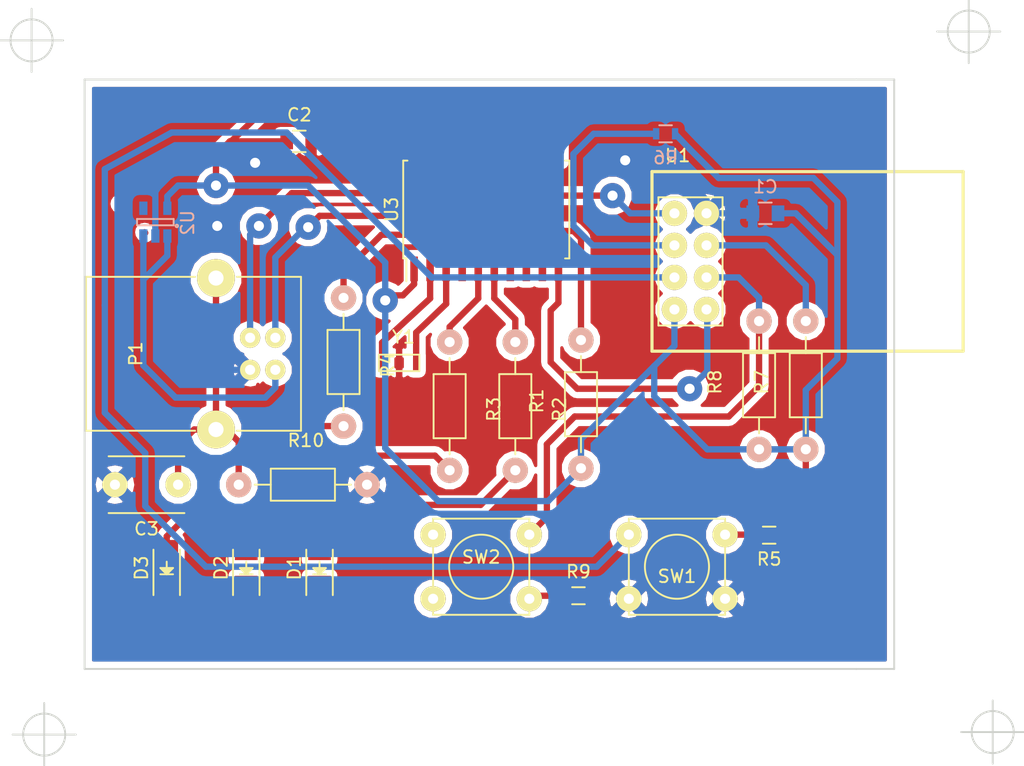
<source format=kicad_pcb>
(kicad_pcb (version 4) (host pcbnew 4.0.4+e1-6308~48~ubuntu14.04.1-stable)

  (general
    (links 52)
    (no_connects 3)
    (area 65.5 185.3 146.6 246)
    (thickness 1.6)
    (drawings 13)
    (tracks 199)
    (zones 0)
    (modules 23)
    (nets 31)
  )

  (page A4 portrait)
  (layers
    (0 F.Cu signal)
    (31 B.Cu signal)
    (32 B.Adhes user)
    (33 F.Adhes user)
    (34 B.Paste user)
    (35 F.Paste user)
    (36 B.SilkS user)
    (37 F.SilkS user)
    (38 B.Mask user)
    (39 F.Mask user)
    (40 Dwgs.User user)
    (41 Cmts.User user)
    (42 Eco1.User user)
    (43 Eco2.User user)
    (44 Edge.Cuts user)
  )

  (setup
    (last_trace_width 0.5)
    (user_trace_width 1)
    (trace_clearance 0.254)
    (zone_clearance 0.508)
    (zone_45_only no)
    (trace_min 0.254)
    (segment_width 0.2)
    (edge_width 0.15)
    (via_size 2)
    (via_drill 0.8)
    (via_min_size 2)
    (via_min_drill 0.8)
    (uvia_size 2)
    (uvia_drill 0.8)
    (uvias_allowed no)
    (uvia_min_size 2)
    (uvia_min_drill 0.8)
    (pcb_text_width 0.3)
    (pcb_text_size 1 1)
    (mod_edge_width 0.15)
    (mod_text_size 1 1)
    (mod_text_width 0.15)
    (pad_size 2 2)
    (pad_drill 0.8)
    (pad_to_mask_clearance 0)
    (aux_axis_origin 0 0)
    (visible_elements 7FFFFFFF)
    (pcbplotparams
      (layerselection 0x01000_80000001)
      (usegerberextensions false)
      (excludeedgelayer true)
      (linewidth 0.150000)
      (plotframeref true)
      (viasonmask false)
      (mode 1)
      (useauxorigin false)
      (hpglpennumber 1)
      (hpglpenspeed 20)
      (hpglpendiameter 15)
      (hpglpenoverlay 2)
      (psnegative false)
      (psa4output false)
      (plotreference true)
      (plotvalue true)
      (plotinvisibletext false)
      (padsonsilk false)
      (subtractmaskfromsilk false)
      (outputformat 5)
      (mirror false)
      (drillshape 2)
      (scaleselection 1)
      (outputdirectory ""))
  )

  (net 0 "")
  (net 1 "Net-(U1-Pad1)")
  (net 2 GND)
  (net 3 "Net-(R6-Pad1)")
  (net 4 "Net-(R7-Pad2)")
  (net 5 "Net-(R8-Pad2)")
  (net 6 +3V3)
  (net 7 "Net-(U1-Pad8)")
  (net 8 "Net-(D1-Pad2)")
  (net 9 "Net-(D2-Pad2)")
  (net 10 "Net-(D3-Pad2)")
  (net 11 /USBD-)
  (net 12 +5V)
  (net 13 /USBD+)
  (net 14 "Net-(R1-Pad2)")
  (net 15 /usb_rx)
  (net 16 /usb_tx)
  (net 17 /usb_cfg)
  (net 18 "Net-(R5-Pad2)")
  (net 19 "Net-(R9-Pad1)")
  (net 20 "Net-(U2-Pad4)")
  (net 21 "Net-(U3-Pad2)")
  (net 22 "Net-(U3-Pad3)")
  (net 23 "Net-(U3-Pad7)")
  (net 24 "Net-(U3-Pad8)")
  (net 25 "Net-(U3-Pad11)")
  (net 26 "Net-(U3-Pad13)")
  (net 27 "Net-(U3-Pad16)")
  (net 28 "Net-(U3-Pad9)")
  (net 29 "Net-(U3-Pad14)")
  (net 30 "Net-(C3-Pad1)")

  (net_class Default "This is the default net class."
    (clearance 0.254)
    (trace_width 0.5)
    (via_dia 2)
    (via_drill 0.8)
    (uvia_dia 2)
    (uvia_drill 0.8)
    (add_net +3V3)
    (add_net +5V)
    (add_net /USBD+)
    (add_net /USBD-)
    (add_net /usb_cfg)
    (add_net /usb_rx)
    (add_net /usb_tx)
    (add_net GND)
    (add_net "Net-(C3-Pad1)")
    (add_net "Net-(D1-Pad2)")
    (add_net "Net-(D2-Pad2)")
    (add_net "Net-(D3-Pad2)")
    (add_net "Net-(R1-Pad2)")
    (add_net "Net-(R5-Pad2)")
    (add_net "Net-(R6-Pad1)")
    (add_net "Net-(R7-Pad2)")
    (add_net "Net-(R8-Pad2)")
    (add_net "Net-(R9-Pad1)")
    (add_net "Net-(U1-Pad1)")
    (add_net "Net-(U1-Pad8)")
    (add_net "Net-(U2-Pad4)")
    (add_net "Net-(U3-Pad11)")
    (add_net "Net-(U3-Pad13)")
    (add_net "Net-(U3-Pad14)")
    (add_net "Net-(U3-Pad16)")
    (add_net "Net-(U3-Pad2)")
    (add_net "Net-(U3-Pad3)")
    (add_net "Net-(U3-Pad7)")
    (add_net "Net-(U3-Pad8)")
    (add_net "Net-(U3-Pad9)")
  )

  (module Buttons_Switches_ThroughHole:SW_PUSH_SMALL (layer F.Cu) (tedit 5804F5F7) (tstamp 5804DD3B)
    (at 103.6 230.2)
    (path /57FFCBAD)
    (fp_text reference SW2 (at 0 -0.762) (layer F.SilkS)
      (effects (font (size 1 1) (thickness 0.15)))
    )
    (fp_text value Bootloader (at 0 1.016) (layer F.Fab)
      (effects (font (size 1 1) (thickness 0.15)))
    )
    (fp_circle (center 0 0) (end 0 -2.54) (layer F.SilkS) (width 0.15))
    (fp_line (start -3.81 -3.81) (end 3.81 -3.81) (layer F.SilkS) (width 0.15))
    (fp_line (start 3.81 -3.81) (end 3.81 3.81) (layer F.SilkS) (width 0.15))
    (fp_line (start 3.81 3.81) (end -3.81 3.81) (layer F.SilkS) (width 0.15))
    (fp_line (start -3.81 -3.81) (end -3.81 3.81) (layer F.SilkS) (width 0.15))
    (pad 1 thru_hole circle (at 3.81 -2.54) (size 2 2) (drill 0.8) (layers *.Cu *.Mask F.SilkS)
      (net 5 "Net-(R8-Pad2)"))
    (pad 2 thru_hole circle (at 3.81 2.54) (size 2 2) (drill 0.8) (layers *.Cu *.Mask F.SilkS)
      (net 19 "Net-(R9-Pad1)"))
    (pad 1 thru_hole circle (at -3.81 -2.54) (size 2 2) (drill 0.8) (layers *.Cu *.Mask F.SilkS)
      (net 5 "Net-(R8-Pad2)"))
    (pad 2 thru_hole circle (at -3.81 2.54) (size 2 2) (drill 0.8) (layers *.Cu *.Mask F.SilkS)
      (net 19 "Net-(R9-Pad1)"))
  )

  (module Buttons_Switches_ThroughHole:SW_PUSH_SMALL (layer F.Cu) (tedit 5804F38D) (tstamp 5804DD34)
    (at 119.1 230.2 180)
    (path /58000F7F)
    (fp_text reference SW1 (at 0 -0.762 180) (layer F.SilkS)
      (effects (font (size 1 1) (thickness 0.15)))
    )
    (fp_text value Reset (at 0 1.016 180) (layer F.Fab)
      (effects (font (size 1 1) (thickness 0.15)))
    )
    (fp_circle (center 0 0) (end 0 -2.54) (layer F.SilkS) (width 0.15))
    (fp_line (start -3.81 -3.81) (end 3.81 -3.81) (layer F.SilkS) (width 0.15))
    (fp_line (start 3.81 -3.81) (end 3.81 3.81) (layer F.SilkS) (width 0.15))
    (fp_line (start 3.81 3.81) (end -3.81 3.81) (layer F.SilkS) (width 0.15))
    (fp_line (start -3.81 -3.81) (end -3.81 3.81) (layer F.SilkS) (width 0.15))
    (pad 1 thru_hole circle (at 3.81 -2.54 180) (size 2 2) (drill 0.8) (layers *.Cu *.Mask F.SilkS)
      (net 2 GND))
    (pad 2 thru_hole circle (at 3.81 2.54 180) (size 2 2) (drill 0.8) (layers *.Cu *.Mask F.SilkS)
      (net 18 "Net-(R5-Pad2)"))
    (pad 1 thru_hole circle (at -3.81 -2.54 180) (size 2 2) (drill 0.8) (layers *.Cu *.Mask F.SilkS)
      (net 2 GND))
    (pad 2 thru_hole circle (at -3.81 2.54 180) (size 2 2) (drill 0.8) (layers *.Cu *.Mask F.SilkS)
      (net 18 "Net-(R5-Pad2)"))
  )

  (module Resistors_ThroughHole:Resistor_Horizontal_RM10mm (layer F.Cu) (tedit 5804EFF2) (tstamp 5804C677)
    (at 125.6 220.9 90)
    (descr "Resistor, Axial,  RM 10mm, 1/3W")
    (tags "Resistor Axial RM 10mm 1/3W")
    (path /57FFC974)
    (fp_text reference R8 (at 5.32892 -3.50012 90) (layer F.SilkS)
      (effects (font (size 1 1) (thickness 0.15)))
    )
    (fp_text value 10K (at 5.08 3.81 90) (layer F.Fab)
      (effects (font (size 1 1) (thickness 0.15)))
    )
    (fp_line (start -1.25 -1.5) (end 11.4 -1.5) (layer F.CrtYd) (width 0.05))
    (fp_line (start -1.25 1.5) (end -1.25 -1.5) (layer F.CrtYd) (width 0.05))
    (fp_line (start 11.4 -1.5) (end 11.4 1.5) (layer F.CrtYd) (width 0.05))
    (fp_line (start -1.25 1.5) (end 11.4 1.5) (layer F.CrtYd) (width 0.05))
    (fp_line (start 2.54 -1.27) (end 7.62 -1.27) (layer F.SilkS) (width 0.15))
    (fp_line (start 7.62 -1.27) (end 7.62 1.27) (layer F.SilkS) (width 0.15))
    (fp_line (start 7.62 1.27) (end 2.54 1.27) (layer F.SilkS) (width 0.15))
    (fp_line (start 2.54 1.27) (end 2.54 -1.27) (layer F.SilkS) (width 0.15))
    (fp_line (start 2.54 0) (end 1.27 0) (layer F.SilkS) (width 0.15))
    (fp_line (start 7.62 0) (end 8.89 0) (layer F.SilkS) (width 0.15))
    (pad 1 thru_hole circle (at 0 0 90) (size 1.99898 1.99898) (drill 0.8) (layers *.Cu *.SilkS *.Mask)
      (net 6 +3V3))
    (pad 2 thru_hole circle (at 10.16 0 90) (size 1.99898 1.99898) (drill 0.8) (layers *.Cu *.SilkS *.Mask)
      (net 5 "Net-(R8-Pad2)"))
    (model Resistors_ThroughHole.3dshapes/Resistor_Horizontal_RM10mm.wrl
      (at (xyz 0.2 0 0))
      (scale (xyz 0.4 0.4 0.4))
      (rotate (xyz 0 0 0))
    )
  )

  (module Resistors_ThroughHole:Resistor_Horizontal_RM10mm (layer F.Cu) (tedit 56648415) (tstamp 5804C225)
    (at 129.3 220.9 90)
    (descr "Resistor, Axial,  RM 10mm, 1/3W")
    (tags "Resistor Axial RM 10mm 1/3W")
    (path /57FFCF0F)
    (fp_text reference R7 (at 5.32892 -3.50012 90) (layer F.SilkS)
      (effects (font (size 1 1) (thickness 0.15)))
    )
    (fp_text value 10K (at 5.08 3.81 90) (layer F.Fab)
      (effects (font (size 1 1) (thickness 0.15)))
    )
    (fp_line (start -1.25 -1.5) (end 11.4 -1.5) (layer F.CrtYd) (width 0.05))
    (fp_line (start -1.25 1.5) (end -1.25 -1.5) (layer F.CrtYd) (width 0.05))
    (fp_line (start 11.4 -1.5) (end 11.4 1.5) (layer F.CrtYd) (width 0.05))
    (fp_line (start -1.25 1.5) (end 11.4 1.5) (layer F.CrtYd) (width 0.05))
    (fp_line (start 2.54 -1.27) (end 7.62 -1.27) (layer F.SilkS) (width 0.15))
    (fp_line (start 7.62 -1.27) (end 7.62 1.27) (layer F.SilkS) (width 0.15))
    (fp_line (start 7.62 1.27) (end 2.54 1.27) (layer F.SilkS) (width 0.15))
    (fp_line (start 2.54 1.27) (end 2.54 -1.27) (layer F.SilkS) (width 0.15))
    (fp_line (start 2.54 0) (end 1.27 0) (layer F.SilkS) (width 0.15))
    (fp_line (start 7.62 0) (end 8.89 0) (layer F.SilkS) (width 0.15))
    (pad 1 thru_hole circle (at 0 0 90) (size 1.99898 1.99898) (drill 0.8) (layers *.Cu *.SilkS *.Mask)
      (net 6 +3V3))
    (pad 2 thru_hole circle (at 10.16 0 90) (size 1.99898 1.99898) (drill 0.8) (layers *.Cu *.SilkS *.Mask)
      (net 4 "Net-(R7-Pad2)"))
    (model Resistors_ThroughHole.3dshapes/Resistor_Horizontal_RM10mm.wrl
      (at (xyz 0.2 0 0))
      (scale (xyz 0.4 0.4 0.4))
      (rotate (xyz 0 0 0))
    )
  )

  (module Resistors_ThroughHole:Resistor_Horizontal_RM10mm (layer F.Cu) (tedit 5804F5A7) (tstamp 5804AB21)
    (at 84.4 223.7)
    (descr "Resistor, Axial,  RM 10mm, 1/3W")
    (tags "Resistor Axial RM 10mm 1/3W")
    (path /5804A9D2)
    (fp_text reference R10 (at 5.32892 -3.50012) (layer F.SilkS)
      (effects (font (size 1 1) (thickness 0.15)))
    )
    (fp_text value 1M (at 5.08 3.81) (layer F.Fab)
      (effects (font (size 1 1) (thickness 0.15)))
    )
    (fp_line (start -1.25 -1.5) (end 11.4 -1.5) (layer F.CrtYd) (width 0.05))
    (fp_line (start -1.25 1.5) (end -1.25 -1.5) (layer F.CrtYd) (width 0.05))
    (fp_line (start 11.4 -1.5) (end 11.4 1.5) (layer F.CrtYd) (width 0.05))
    (fp_line (start -1.25 1.5) (end 11.4 1.5) (layer F.CrtYd) (width 0.05))
    (fp_line (start 2.54 -1.27) (end 7.62 -1.27) (layer F.SilkS) (width 0.15))
    (fp_line (start 7.62 -1.27) (end 7.62 1.27) (layer F.SilkS) (width 0.15))
    (fp_line (start 7.62 1.27) (end 2.54 1.27) (layer F.SilkS) (width 0.15))
    (fp_line (start 2.54 1.27) (end 2.54 -1.27) (layer F.SilkS) (width 0.15))
    (fp_line (start 2.54 0) (end 1.27 0) (layer F.SilkS) (width 0.15))
    (fp_line (start 7.62 0) (end 8.89 0) (layer F.SilkS) (width 0.15))
    (pad 1 thru_hole circle (at 0 0) (size 1.99898 1.99898) (drill 0.8) (layers *.Cu *.SilkS *.Mask)
      (net 30 "Net-(C3-Pad1)"))
    (pad 2 thru_hole circle (at 10.16 0) (size 1.99898 1.99898) (drill 0.8) (layers *.Cu *.SilkS *.Mask)
      (net 2 GND))
    (model Resistors_ThroughHole.3dshapes/Resistor_Horizontal_RM10mm.wrl
      (at (xyz 0.2 0 0))
      (scale (xyz 0.4 0.4 0.4))
      (rotate (xyz 0 0 0))
    )
  )

  (module Capacitors_ThroughHole:C_Disc_D6_P5 (layer F.Cu) (tedit 5804F599) (tstamp 5804AB1B)
    (at 79.6 223.7 180)
    (descr "Capacitor 6mm Disc, Pitch 5mm")
    (tags Capacitor)
    (path /5804AA81)
    (fp_text reference C3 (at 2.5 -3.5 180) (layer F.SilkS)
      (effects (font (size 1 1) (thickness 0.15)))
    )
    (fp_text value 4.7nF (at 2.5 3.5 180) (layer F.Fab)
      (effects (font (size 1 1) (thickness 0.15)))
    )
    (fp_line (start -0.95 -2.5) (end 5.95 -2.5) (layer F.CrtYd) (width 0.05))
    (fp_line (start 5.95 -2.5) (end 5.95 2.5) (layer F.CrtYd) (width 0.05))
    (fp_line (start 5.95 2.5) (end -0.95 2.5) (layer F.CrtYd) (width 0.05))
    (fp_line (start -0.95 2.5) (end -0.95 -2.5) (layer F.CrtYd) (width 0.05))
    (fp_line (start -0.5 -2.25) (end 5.5 -2.25) (layer F.SilkS) (width 0.15))
    (fp_line (start 5.5 2.25) (end -0.5 2.25) (layer F.SilkS) (width 0.15))
    (pad 1 thru_hole circle (at 0 0 180) (size 2 2) (drill 0.8) (layers *.Cu *.Mask F.SilkS)
      (net 30 "Net-(C3-Pad1)"))
    (pad 2 thru_hole circle (at 5 0 180) (size 2 2) (drill 0.8) (layers *.Cu *.Mask F.SilkS)
      (net 2 GND))
    (model Capacitors_ThroughHole.3dshapes/C_Disc_D6_P5.wrl
      (at (xyz 0.0984252 0 0))
      (scale (xyz 1 1 1))
      (rotate (xyz 0 0 0))
    )
  )

  (module Resistors_SMD:R_0603 (layer F.Cu) (tedit 5415CC62) (tstamp 58015AEC)
    (at 111.3 232.5)
    (descr "Resistor SMD 0603, reflow soldering, Vishay (see dcrcw.pdf)")
    (tags "resistor 0603")
    (path /57FFE009)
    (attr smd)
    (fp_text reference R9 (at 0 -1.9) (layer F.SilkS)
      (effects (font (size 1 1) (thickness 0.15)))
    )
    (fp_text value 100R (at 0 1.9) (layer F.Fab)
      (effects (font (size 1 1) (thickness 0.15)))
    )
    (fp_line (start -1.3 -0.8) (end 1.3 -0.8) (layer F.CrtYd) (width 0.05))
    (fp_line (start -1.3 0.8) (end 1.3 0.8) (layer F.CrtYd) (width 0.05))
    (fp_line (start -1.3 -0.8) (end -1.3 0.8) (layer F.CrtYd) (width 0.05))
    (fp_line (start 1.3 -0.8) (end 1.3 0.8) (layer F.CrtYd) (width 0.05))
    (fp_line (start 0.5 0.675) (end -0.5 0.675) (layer F.SilkS) (width 0.15))
    (fp_line (start -0.5 -0.675) (end 0.5 -0.675) (layer F.SilkS) (width 0.15))
    (pad 1 smd rect (at -0.75 0) (size 0.5 0.9) (layers F.Cu F.Paste F.Mask)
      (net 19 "Net-(R9-Pad1)"))
    (pad 2 smd rect (at 0.75 0) (size 0.5 0.9) (layers F.Cu F.Paste F.Mask)
      (net 2 GND))
    (model Resistors_SMD.3dshapes/R_0603.wrl
      (at (xyz 0 0 0))
      (scale (xyz 1 1 1))
      (rotate (xyz 0 0 0))
    )
  )

  (module Resistors_SMD:R_0603 (layer B.Cu) (tedit 5415CC62) (tstamp 58015AE2)
    (at 118.2 195.9)
    (descr "Resistor SMD 0603, reflow soldering, Vishay (see dcrcw.pdf)")
    (tags "resistor 0603")
    (path /57FFD3D3)
    (attr smd)
    (fp_text reference R6 (at 0 1.9) (layer B.SilkS)
      (effects (font (size 1 1) (thickness 0.15)) (justify mirror))
    )
    (fp_text value 0 (at 0 -1.9) (layer B.Fab)
      (effects (font (size 1 1) (thickness 0.15)) (justify mirror))
    )
    (fp_line (start -1.3 0.8) (end 1.3 0.8) (layer B.CrtYd) (width 0.05))
    (fp_line (start -1.3 -0.8) (end 1.3 -0.8) (layer B.CrtYd) (width 0.05))
    (fp_line (start -1.3 0.8) (end -1.3 -0.8) (layer B.CrtYd) (width 0.05))
    (fp_line (start 1.3 0.8) (end 1.3 -0.8) (layer B.CrtYd) (width 0.05))
    (fp_line (start 0.5 -0.675) (end -0.5 -0.675) (layer B.SilkS) (width 0.15))
    (fp_line (start -0.5 0.675) (end 0.5 0.675) (layer B.SilkS) (width 0.15))
    (pad 1 smd rect (at -0.75 0) (size 0.5 0.9) (layers B.Cu B.Paste B.Mask)
      (net 3 "Net-(R6-Pad1)"))
    (pad 2 smd rect (at 0.75 0) (size 0.5 0.9) (layers B.Cu B.Paste B.Mask)
      (net 6 +3V3))
    (model Resistors_SMD.3dshapes/R_0603.wrl
      (at (xyz 0 0 0))
      (scale (xyz 1 1 1))
      (rotate (xyz 0 0 0))
    )
  )

  (module Resistors_SMD:R_0603 (layer F.Cu) (tedit 5415CC62) (tstamp 58015ADD)
    (at 126.4 227.7 180)
    (descr "Resistor SMD 0603, reflow soldering, Vishay (see dcrcw.pdf)")
    (tags "resistor 0603")
    (path /57FFFC60)
    (attr smd)
    (fp_text reference R5 (at 0 -1.9 180) (layer F.SilkS)
      (effects (font (size 1 1) (thickness 0.15)))
    )
    (fp_text value 10K (at 0 1.9 180) (layer F.Fab)
      (effects (font (size 1 1) (thickness 0.15)))
    )
    (fp_line (start -1.3 -0.8) (end 1.3 -0.8) (layer F.CrtYd) (width 0.05))
    (fp_line (start -1.3 0.8) (end 1.3 0.8) (layer F.CrtYd) (width 0.05))
    (fp_line (start -1.3 -0.8) (end -1.3 0.8) (layer F.CrtYd) (width 0.05))
    (fp_line (start 1.3 -0.8) (end 1.3 0.8) (layer F.CrtYd) (width 0.05))
    (fp_line (start 0.5 0.675) (end -0.5 0.675) (layer F.SilkS) (width 0.15))
    (fp_line (start -0.5 -0.675) (end 0.5 -0.675) (layer F.SilkS) (width 0.15))
    (pad 1 smd rect (at -0.75 0 180) (size 0.5 0.9) (layers F.Cu F.Paste F.Mask)
      (net 6 +3V3))
    (pad 2 smd rect (at 0.75 0 180) (size 0.5 0.9) (layers F.Cu F.Paste F.Mask)
      (net 18 "Net-(R5-Pad2)"))
    (model Resistors_SMD.3dshapes/R_0603.wrl
      (at (xyz 0 0 0))
      (scale (xyz 1 1 1))
      (rotate (xyz 0 0 0))
    )
  )

  (module Resistors_ThroughHole:Resistor_Horizontal_RM10mm (layer F.Cu) (tedit 56648415) (tstamp 58015681)
    (at 92.7 208.9 270)
    (descr "Resistor, Axial,  RM 10mm, 1/3W")
    (tags "Resistor Axial RM 10mm 1/3W")
    (path /58001681)
    (fp_text reference R4 (at 5.32892 -3.50012 270) (layer F.SilkS)
      (effects (font (size 1 1) (thickness 0.15)))
    )
    (fp_text value 220R (at 5.08 3.81 270) (layer F.Fab)
      (effects (font (size 1 1) (thickness 0.15)))
    )
    (fp_line (start -1.25 -1.5) (end 11.4 -1.5) (layer F.CrtYd) (width 0.05))
    (fp_line (start -1.25 1.5) (end -1.25 -1.5) (layer F.CrtYd) (width 0.05))
    (fp_line (start 11.4 -1.5) (end 11.4 1.5) (layer F.CrtYd) (width 0.05))
    (fp_line (start -1.25 1.5) (end 11.4 1.5) (layer F.CrtYd) (width 0.05))
    (fp_line (start 2.54 -1.27) (end 7.62 -1.27) (layer F.SilkS) (width 0.15))
    (fp_line (start 7.62 -1.27) (end 7.62 1.27) (layer F.SilkS) (width 0.15))
    (fp_line (start 7.62 1.27) (end 2.54 1.27) (layer F.SilkS) (width 0.15))
    (fp_line (start 2.54 1.27) (end 2.54 -1.27) (layer F.SilkS) (width 0.15))
    (fp_line (start 2.54 0) (end 1.27 0) (layer F.SilkS) (width 0.15))
    (fp_line (start 7.62 0) (end 8.89 0) (layer F.SilkS) (width 0.15))
    (pad 1 thru_hole circle (at 0 0 270) (size 1.99898 1.99898) (drill 0.8) (layers *.Cu *.SilkS *.Mask)
      (net 17 /usb_cfg))
    (pad 2 thru_hole circle (at 10.16 0 270) (size 1.99898 1.99898) (drill 0.8) (layers *.Cu *.SilkS *.Mask)
      (net 10 "Net-(D3-Pad2)"))
    (model Resistors_ThroughHole.3dshapes/Resistor_Horizontal_RM10mm.wrl
      (at (xyz 0.2 0 0))
      (scale (xyz 0.4 0.4 0.4))
      (rotate (xyz 0 0 0))
    )
  )

  (module Resistors_ThroughHole:Resistor_Horizontal_RM10mm (layer F.Cu) (tedit 56648415) (tstamp 5801567C)
    (at 101.1 212.4 270)
    (descr "Resistor, Axial,  RM 10mm, 1/3W")
    (tags "Resistor Axial RM 10mm 1/3W")
    (path /57FFC0C7)
    (fp_text reference R3 (at 5.32892 -3.50012 270) (layer F.SilkS)
      (effects (font (size 1 1) (thickness 0.15)))
    )
    (fp_text value 220R (at 5.08 3.81 270) (layer F.Fab)
      (effects (font (size 1 1) (thickness 0.15)))
    )
    (fp_line (start -1.25 -1.5) (end 11.4 -1.5) (layer F.CrtYd) (width 0.05))
    (fp_line (start -1.25 1.5) (end -1.25 -1.5) (layer F.CrtYd) (width 0.05))
    (fp_line (start 11.4 -1.5) (end 11.4 1.5) (layer F.CrtYd) (width 0.05))
    (fp_line (start -1.25 1.5) (end 11.4 1.5) (layer F.CrtYd) (width 0.05))
    (fp_line (start 2.54 -1.27) (end 7.62 -1.27) (layer F.SilkS) (width 0.15))
    (fp_line (start 7.62 -1.27) (end 7.62 1.27) (layer F.SilkS) (width 0.15))
    (fp_line (start 7.62 1.27) (end 2.54 1.27) (layer F.SilkS) (width 0.15))
    (fp_line (start 2.54 1.27) (end 2.54 -1.27) (layer F.SilkS) (width 0.15))
    (fp_line (start 2.54 0) (end 1.27 0) (layer F.SilkS) (width 0.15))
    (fp_line (start 7.62 0) (end 8.89 0) (layer F.SilkS) (width 0.15))
    (pad 1 thru_hole circle (at 0 0 270) (size 1.99898 1.99898) (drill 0.8) (layers *.Cu *.SilkS *.Mask)
      (net 16 /usb_tx))
    (pad 2 thru_hole circle (at 10.16 0 270) (size 1.99898 1.99898) (drill 0.8) (layers *.Cu *.SilkS *.Mask)
      (net 9 "Net-(D2-Pad2)"))
    (model Resistors_ThroughHole.3dshapes/Resistor_Horizontal_RM10mm.wrl
      (at (xyz 0.2 0 0))
      (scale (xyz 0.4 0.4 0.4))
      (rotate (xyz 0 0 0))
    )
  )

  (module Resistors_ThroughHole:Resistor_Horizontal_RM10mm (layer F.Cu) (tedit 56648415) (tstamp 58015677)
    (at 106.3 212.4 270)
    (descr "Resistor, Axial,  RM 10mm, 1/3W")
    (tags "Resistor Axial RM 10mm 1/3W")
    (path /57FFBE80)
    (fp_text reference R2 (at 5.32892 -3.50012 270) (layer F.SilkS)
      (effects (font (size 1 1) (thickness 0.15)))
    )
    (fp_text value 220R (at 5.08 3.81 270) (layer F.Fab)
      (effects (font (size 1 1) (thickness 0.15)))
    )
    (fp_line (start -1.25 -1.5) (end 11.4 -1.5) (layer F.CrtYd) (width 0.05))
    (fp_line (start -1.25 1.5) (end -1.25 -1.5) (layer F.CrtYd) (width 0.05))
    (fp_line (start 11.4 -1.5) (end 11.4 1.5) (layer F.CrtYd) (width 0.05))
    (fp_line (start -1.25 1.5) (end 11.4 1.5) (layer F.CrtYd) (width 0.05))
    (fp_line (start 2.54 -1.27) (end 7.62 -1.27) (layer F.SilkS) (width 0.15))
    (fp_line (start 7.62 -1.27) (end 7.62 1.27) (layer F.SilkS) (width 0.15))
    (fp_line (start 7.62 1.27) (end 2.54 1.27) (layer F.SilkS) (width 0.15))
    (fp_line (start 2.54 1.27) (end 2.54 -1.27) (layer F.SilkS) (width 0.15))
    (fp_line (start 2.54 0) (end 1.27 0) (layer F.SilkS) (width 0.15))
    (fp_line (start 7.62 0) (end 8.89 0) (layer F.SilkS) (width 0.15))
    (pad 1 thru_hole circle (at 0 0 270) (size 1.99898 1.99898) (drill 0.8) (layers *.Cu *.SilkS *.Mask)
      (net 15 /usb_rx))
    (pad 2 thru_hole circle (at 10.16 0 270) (size 1.99898 1.99898) (drill 0.8) (layers *.Cu *.SilkS *.Mask)
      (net 8 "Net-(D1-Pad2)"))
    (model Resistors_ThroughHole.3dshapes/Resistor_Horizontal_RM10mm.wrl
      (at (xyz 0.2 0 0))
      (scale (xyz 0.4 0.4 0.4))
      (rotate (xyz 0 0 0))
    )
  )

  (module Resistors_ThroughHole:Resistor_Horizontal_RM10mm (layer F.Cu) (tedit 5804F5E7) (tstamp 58015672)
    (at 111.5 222.4 90)
    (descr "Resistor, Axial,  RM 10mm, 1/3W")
    (tags "Resistor Axial RM 10mm 1/3W")
    (path /57FFB9C4)
    (fp_text reference R1 (at 5.32892 -3.50012 90) (layer F.SilkS)
      (effects (font (size 1 1) (thickness 0.15)))
    )
    (fp_text value 10K (at 5.08 3.81 90) (layer F.Fab)
      (effects (font (size 1 1) (thickness 0.15)))
    )
    (fp_line (start -1.25 -1.5) (end 11.4 -1.5) (layer F.CrtYd) (width 0.05))
    (fp_line (start -1.25 1.5) (end -1.25 -1.5) (layer F.CrtYd) (width 0.05))
    (fp_line (start 11.4 -1.5) (end 11.4 1.5) (layer F.CrtYd) (width 0.05))
    (fp_line (start -1.25 1.5) (end 11.4 1.5) (layer F.CrtYd) (width 0.05))
    (fp_line (start 2.54 -1.27) (end 7.62 -1.27) (layer F.SilkS) (width 0.15))
    (fp_line (start 7.62 -1.27) (end 7.62 1.27) (layer F.SilkS) (width 0.15))
    (fp_line (start 7.62 1.27) (end 2.54 1.27) (layer F.SilkS) (width 0.15))
    (fp_line (start 2.54 1.27) (end 2.54 -1.27) (layer F.SilkS) (width 0.15))
    (fp_line (start 2.54 0) (end 1.27 0) (layer F.SilkS) (width 0.15))
    (fp_line (start 7.62 0) (end 8.89 0) (layer F.SilkS) (width 0.15))
    (pad 1 thru_hole circle (at 0 0 90) (size 1.99898 1.99898) (drill 0.8) (layers *.Cu *.SilkS *.Mask)
      (net 6 +3V3))
    (pad 2 thru_hole circle (at 10.16 0 90) (size 1.99898 1.99898) (drill 0.8) (layers *.Cu *.SilkS *.Mask)
      (net 14 "Net-(R1-Pad2)"))
    (model Resistors_ThroughHole.3dshapes/Resistor_Horizontal_RM10mm.wrl
      (at (xyz 0.2 0 0))
      (scale (xyz 0.4 0.4 0.4))
      (rotate (xyz 0 0 0))
    )
  )

  (module Housings_SOIC:SOIC-20W_7.5x12.8mm_Pitch1.27mm (layer F.Cu) (tedit 57503549) (tstamp 57FFB741)
    (at 104 201.9 90)
    (descr "20-Lead Plastic Small Outline (SO) - Wide, 7.50 mm Body [SOIC] (see Microchip Packaging Specification 00000049BS.pdf)")
    (tags "SOIC 1.27")
    (path /57FF9F16)
    (attr smd)
    (fp_text reference U3 (at 0 -7.5 90) (layer F.SilkS)
      (effects (font (size 1 1) (thickness 0.15)))
    )
    (fp_text value MCP2200 (at 0 7.5 90) (layer F.Fab)
      (effects (font (size 1 1) (thickness 0.15)))
    )
    (fp_line (start -2.75 -6.4) (end 3.75 -6.4) (layer F.Fab) (width 0.15))
    (fp_line (start 3.75 -6.4) (end 3.75 6.4) (layer F.Fab) (width 0.15))
    (fp_line (start 3.75 6.4) (end -3.75 6.4) (layer F.Fab) (width 0.15))
    (fp_line (start -3.75 6.4) (end -3.75 -5.4) (layer F.Fab) (width 0.15))
    (fp_line (start -3.75 -5.4) (end -2.75 -6.4) (layer F.Fab) (width 0.15))
    (fp_line (start -5.95 -6.75) (end -5.95 6.75) (layer F.CrtYd) (width 0.05))
    (fp_line (start 5.95 -6.75) (end 5.95 6.75) (layer F.CrtYd) (width 0.05))
    (fp_line (start -5.95 -6.75) (end 5.95 -6.75) (layer F.CrtYd) (width 0.05))
    (fp_line (start -5.95 6.75) (end 5.95 6.75) (layer F.CrtYd) (width 0.05))
    (fp_line (start -3.875 -6.575) (end -3.875 -6.325) (layer F.SilkS) (width 0.15))
    (fp_line (start 3.875 -6.575) (end 3.875 -6.24) (layer F.SilkS) (width 0.15))
    (fp_line (start 3.875 6.575) (end 3.875 6.24) (layer F.SilkS) (width 0.15))
    (fp_line (start -3.875 6.575) (end -3.875 6.24) (layer F.SilkS) (width 0.15))
    (fp_line (start -3.875 -6.575) (end 3.875 -6.575) (layer F.SilkS) (width 0.15))
    (fp_line (start -3.875 6.575) (end 3.875 6.575) (layer F.SilkS) (width 0.15))
    (fp_line (start -3.875 -6.325) (end -5.675 -6.325) (layer F.SilkS) (width 0.15))
    (pad 1 smd rect (at -4.7 -5.715 90) (size 1.95 0.6) (layers F.Cu F.Paste F.Mask)
      (net 6 +3V3))
    (pad 2 smd rect (at -4.7 -4.445 90) (size 1.95 0.6) (layers F.Cu F.Paste F.Mask)
      (net 21 "Net-(U3-Pad2)"))
    (pad 3 smd rect (at -4.7 -3.175 90) (size 1.95 0.6) (layers F.Cu F.Paste F.Mask)
      (net 22 "Net-(U3-Pad3)"))
    (pad 4 smd rect (at -4.7 -1.905 90) (size 1.95 0.6) (layers F.Cu F.Paste F.Mask)
      (net 14 "Net-(R1-Pad2)"))
    (pad 5 smd rect (at -4.7 -0.635 90) (size 1.95 0.6) (layers F.Cu F.Paste F.Mask)
      (net 16 /usb_tx))
    (pad 6 smd rect (at -4.7 0.635 90) (size 1.95 0.6) (layers F.Cu F.Paste F.Mask)
      (net 15 /usb_rx))
    (pad 7 smd rect (at -4.7 1.905 90) (size 1.95 0.6) (layers F.Cu F.Paste F.Mask)
      (net 23 "Net-(U3-Pad7)"))
    (pad 8 smd rect (at -4.7 3.175 90) (size 1.95 0.6) (layers F.Cu F.Paste F.Mask)
      (net 24 "Net-(U3-Pad8)"))
    (pad 9 smd rect (at -4.7 4.445 90) (size 1.95 0.6) (layers F.Cu F.Paste F.Mask)
      (net 28 "Net-(U3-Pad9)"))
    (pad 10 smd rect (at -4.7 5.715 90) (size 1.95 0.6) (layers F.Cu F.Paste F.Mask)
      (net 7 "Net-(U1-Pad8)"))
    (pad 11 smd rect (at 4.7 5.715 90) (size 1.95 0.6) (layers F.Cu F.Paste F.Mask)
      (net 25 "Net-(U3-Pad11)"))
    (pad 12 smd rect (at 4.7 4.445 90) (size 1.95 0.6) (layers F.Cu F.Paste F.Mask)
      (net 1 "Net-(U1-Pad1)"))
    (pad 13 smd rect (at 4.7 3.175 90) (size 1.95 0.6) (layers F.Cu F.Paste F.Mask)
      (net 26 "Net-(U3-Pad13)"))
    (pad 14 smd rect (at 4.7 1.905 90) (size 1.95 0.6) (layers F.Cu F.Paste F.Mask)
      (net 29 "Net-(U3-Pad14)"))
    (pad 15 smd rect (at 4.7 0.635 90) (size 1.95 0.6) (layers F.Cu F.Paste F.Mask)
      (net 17 /usb_cfg))
    (pad 16 smd rect (at 4.7 -0.635 90) (size 1.95 0.6) (layers F.Cu F.Paste F.Mask)
      (net 27 "Net-(U3-Pad16)"))
    (pad 17 smd rect (at 4.7 -1.905 90) (size 1.95 0.6) (layers F.Cu F.Paste F.Mask)
      (net 6 +3V3))
    (pad 18 smd rect (at 4.7 -3.175 90) (size 1.95 0.6) (layers F.Cu F.Paste F.Mask)
      (net 11 /USBD-))
    (pad 19 smd rect (at 4.7 -4.445 90) (size 1.95 0.6) (layers F.Cu F.Paste F.Mask)
      (net 13 /USBD+))
    (pad 20 smd rect (at 4.7 -5.715 90) (size 1.95 0.6) (layers F.Cu F.Paste F.Mask)
      (net 2 GND))
    (model Housings_SOIC.3dshapes/SOIC-20_7.5x12.8mm_Pitch1.27mm.wrl
      (at (xyz 0 0 0))
      (scale (xyz 1 1 1))
      (rotate (xyz 0 0 0))
    )
  )

  (module TO_SOT_Packages_SMD:SOT-23-5 (layer B.Cu) (tedit 55360473) (tstamp 57FFB729)
    (at 77.8 202.9 90)
    (descr "5-pin SOT23 package")
    (tags SOT-23-5)
    (path /57FF9FD7)
    (attr smd)
    (fp_text reference U2 (at -0.05 2.55 90) (layer B.SilkS)
      (effects (font (size 1 1) (thickness 0.15)) (justify mirror))
    )
    (fp_text value LT1761-3.3 (at -0.05 -2.35 90) (layer B.Fab)
      (effects (font (size 1 1) (thickness 0.15)) (justify mirror))
    )
    (fp_line (start -1.8 1.6) (end 1.8 1.6) (layer B.CrtYd) (width 0.05))
    (fp_line (start 1.8 1.6) (end 1.8 -1.6) (layer B.CrtYd) (width 0.05))
    (fp_line (start 1.8 -1.6) (end -1.8 -1.6) (layer B.CrtYd) (width 0.05))
    (fp_line (start -1.8 -1.6) (end -1.8 1.6) (layer B.CrtYd) (width 0.05))
    (fp_circle (center -0.3 1.7) (end -0.2 1.7) (layer B.SilkS) (width 0.15))
    (fp_line (start 0.25 1.45) (end -0.25 1.45) (layer B.SilkS) (width 0.15))
    (fp_line (start 0.25 -1.45) (end 0.25 1.45) (layer B.SilkS) (width 0.15))
    (fp_line (start -0.25 -1.45) (end 0.25 -1.45) (layer B.SilkS) (width 0.15))
    (fp_line (start -0.25 1.45) (end -0.25 -1.45) (layer B.SilkS) (width 0.15))
    (pad 1 smd rect (at -1.1 0.95 90) (size 1.06 0.65) (layers B.Cu B.Paste B.Mask)
      (net 12 +5V))
    (pad 2 smd rect (at -1.1 0 90) (size 1.06 0.65) (layers B.Cu B.Paste B.Mask)
      (net 2 GND))
    (pad 3 smd rect (at -1.1 -0.95 90) (size 1.06 0.65) (layers B.Cu B.Paste B.Mask)
      (net 12 +5V))
    (pad 4 smd rect (at 1.1 -0.95 90) (size 1.06 0.65) (layers B.Cu B.Paste B.Mask)
      (net 20 "Net-(U2-Pad4)"))
    (pad 5 smd rect (at 1.1 0.95 90) (size 1.06 0.65) (layers B.Cu B.Paste B.Mask)
      (net 6 +3V3))
    (model TO_SOT_Packages_SMD.3dshapes/SOT-23-5.wrl
      (at (xyz 0 0 0))
      (scale (xyz 1 1 1))
      (rotate (xyz 0 0 0))
    )
  )

  (module LEDs:LED_1206 (layer F.Cu) (tedit 57ABE035) (tstamp 57FFB6D0)
    (at 78.7 230.3 90)
    (descr "LED 1206 smd package")
    (tags "LED1206 SMD")
    (path /58001687)
    (attr smd)
    (fp_text reference D3 (at 0 -2 90) (layer F.SilkS)
      (effects (font (size 1 1) (thickness 0.15)))
    )
    (fp_text value LED_Small (at 0 2 90) (layer F.Fab)
      (effects (font (size 1 1) (thickness 0.15)))
    )
    (fp_line (start -0.5 -0.5) (end -0.5 0.5) (layer F.Fab) (width 0.15))
    (fp_line (start -0.5 0) (end 0 -0.5) (layer F.Fab) (width 0.15))
    (fp_line (start 0 0.5) (end -0.5 0) (layer F.Fab) (width 0.15))
    (fp_line (start 0 -0.5) (end 0 0.5) (layer F.Fab) (width 0.15))
    (fp_line (start -1.6 0.8) (end -1.6 -0.8) (layer F.Fab) (width 0.15))
    (fp_line (start 1.6 0.8) (end -1.6 0.8) (layer F.Fab) (width 0.15))
    (fp_line (start 1.6 -0.8) (end 1.6 0.8) (layer F.Fab) (width 0.15))
    (fp_line (start -1.6 -0.8) (end 1.6 -0.8) (layer F.Fab) (width 0.15))
    (fp_line (start -2.15 1.05) (end 1.45 1.05) (layer F.SilkS) (width 0.15))
    (fp_line (start -2.15 -1.05) (end 1.45 -1.05) (layer F.SilkS) (width 0.15))
    (fp_line (start -0.1 -0.3) (end -0.1 0.3) (layer F.SilkS) (width 0.15))
    (fp_line (start -0.1 0.3) (end -0.4 0) (layer F.SilkS) (width 0.15))
    (fp_line (start -0.4 0) (end -0.2 -0.2) (layer F.SilkS) (width 0.15))
    (fp_line (start -0.2 -0.2) (end -0.2 0.05) (layer F.SilkS) (width 0.15))
    (fp_line (start -0.2 0.05) (end -0.25 0) (layer F.SilkS) (width 0.15))
    (fp_line (start -0.5 -0.5) (end -0.5 0.5) (layer F.SilkS) (width 0.15))
    (fp_line (start 0 0) (end 0.5 0) (layer F.SilkS) (width 0.15))
    (fp_line (start -0.5 0) (end 0 -0.5) (layer F.SilkS) (width 0.15))
    (fp_line (start 0 -0.5) (end 0 0.5) (layer F.SilkS) (width 0.15))
    (fp_line (start 0 0.5) (end -0.5 0) (layer F.SilkS) (width 0.15))
    (fp_line (start 2.5 -1.25) (end -2.5 -1.25) (layer F.CrtYd) (width 0.05))
    (fp_line (start -2.5 -1.25) (end -2.5 1.25) (layer F.CrtYd) (width 0.05))
    (fp_line (start -2.5 1.25) (end 2.5 1.25) (layer F.CrtYd) (width 0.05))
    (fp_line (start 2.5 1.25) (end 2.5 -1.25) (layer F.CrtYd) (width 0.05))
    (pad 2 smd rect (at 1.41986 0 270) (size 1.59766 1.80086) (layers F.Cu F.Paste F.Mask)
      (net 10 "Net-(D3-Pad2)"))
    (pad 1 smd rect (at -1.41986 0 270) (size 1.59766 1.80086) (layers F.Cu F.Paste F.Mask)
      (net 2 GND))
    (model LEDs.3dshapes/LED_1206.wrl
      (at (xyz 0 0 0))
      (scale (xyz 1 1 1))
      (rotate (xyz 0 0 180))
    )
  )

  (module LEDs:LED_1206 (layer F.Cu) (tedit 57ABE035) (tstamp 57FFB6CA)
    (at 85 230.3 90)
    (descr "LED 1206 smd package")
    (tags "LED1206 SMD")
    (path /57FFC0CE)
    (attr smd)
    (fp_text reference D2 (at 0 -2 90) (layer F.SilkS)
      (effects (font (size 1 1) (thickness 0.15)))
    )
    (fp_text value LED_Small (at 0 2 90) (layer F.Fab)
      (effects (font (size 1 1) (thickness 0.15)))
    )
    (fp_line (start -0.5 -0.5) (end -0.5 0.5) (layer F.Fab) (width 0.15))
    (fp_line (start -0.5 0) (end 0 -0.5) (layer F.Fab) (width 0.15))
    (fp_line (start 0 0.5) (end -0.5 0) (layer F.Fab) (width 0.15))
    (fp_line (start 0 -0.5) (end 0 0.5) (layer F.Fab) (width 0.15))
    (fp_line (start -1.6 0.8) (end -1.6 -0.8) (layer F.Fab) (width 0.15))
    (fp_line (start 1.6 0.8) (end -1.6 0.8) (layer F.Fab) (width 0.15))
    (fp_line (start 1.6 -0.8) (end 1.6 0.8) (layer F.Fab) (width 0.15))
    (fp_line (start -1.6 -0.8) (end 1.6 -0.8) (layer F.Fab) (width 0.15))
    (fp_line (start -2.15 1.05) (end 1.45 1.05) (layer F.SilkS) (width 0.15))
    (fp_line (start -2.15 -1.05) (end 1.45 -1.05) (layer F.SilkS) (width 0.15))
    (fp_line (start -0.1 -0.3) (end -0.1 0.3) (layer F.SilkS) (width 0.15))
    (fp_line (start -0.1 0.3) (end -0.4 0) (layer F.SilkS) (width 0.15))
    (fp_line (start -0.4 0) (end -0.2 -0.2) (layer F.SilkS) (width 0.15))
    (fp_line (start -0.2 -0.2) (end -0.2 0.05) (layer F.SilkS) (width 0.15))
    (fp_line (start -0.2 0.05) (end -0.25 0) (layer F.SilkS) (width 0.15))
    (fp_line (start -0.5 -0.5) (end -0.5 0.5) (layer F.SilkS) (width 0.15))
    (fp_line (start 0 0) (end 0.5 0) (layer F.SilkS) (width 0.15))
    (fp_line (start -0.5 0) (end 0 -0.5) (layer F.SilkS) (width 0.15))
    (fp_line (start 0 -0.5) (end 0 0.5) (layer F.SilkS) (width 0.15))
    (fp_line (start 0 0.5) (end -0.5 0) (layer F.SilkS) (width 0.15))
    (fp_line (start 2.5 -1.25) (end -2.5 -1.25) (layer F.CrtYd) (width 0.05))
    (fp_line (start -2.5 -1.25) (end -2.5 1.25) (layer F.CrtYd) (width 0.05))
    (fp_line (start -2.5 1.25) (end 2.5 1.25) (layer F.CrtYd) (width 0.05))
    (fp_line (start 2.5 1.25) (end 2.5 -1.25) (layer F.CrtYd) (width 0.05))
    (pad 2 smd rect (at 1.41986 0 270) (size 1.59766 1.80086) (layers F.Cu F.Paste F.Mask)
      (net 9 "Net-(D2-Pad2)"))
    (pad 1 smd rect (at -1.41986 0 270) (size 1.59766 1.80086) (layers F.Cu F.Paste F.Mask)
      (net 2 GND))
    (model LEDs.3dshapes/LED_1206.wrl
      (at (xyz 0 0 0))
      (scale (xyz 1 1 1))
      (rotate (xyz 0 0 180))
    )
  )

  (module LEDs:LED_1206 (layer F.Cu) (tedit 57ABE035) (tstamp 57FFB6C4)
    (at 90.8 230.3 90)
    (descr "LED 1206 smd package")
    (tags "LED1206 SMD")
    (path /57FFBEDF)
    (attr smd)
    (fp_text reference D1 (at 0 -2 90) (layer F.SilkS)
      (effects (font (size 1 1) (thickness 0.15)))
    )
    (fp_text value LED_Small (at 0 2 90) (layer F.Fab)
      (effects (font (size 1 1) (thickness 0.15)))
    )
    (fp_line (start -0.5 -0.5) (end -0.5 0.5) (layer F.Fab) (width 0.15))
    (fp_line (start -0.5 0) (end 0 -0.5) (layer F.Fab) (width 0.15))
    (fp_line (start 0 0.5) (end -0.5 0) (layer F.Fab) (width 0.15))
    (fp_line (start 0 -0.5) (end 0 0.5) (layer F.Fab) (width 0.15))
    (fp_line (start -1.6 0.8) (end -1.6 -0.8) (layer F.Fab) (width 0.15))
    (fp_line (start 1.6 0.8) (end -1.6 0.8) (layer F.Fab) (width 0.15))
    (fp_line (start 1.6 -0.8) (end 1.6 0.8) (layer F.Fab) (width 0.15))
    (fp_line (start -1.6 -0.8) (end 1.6 -0.8) (layer F.Fab) (width 0.15))
    (fp_line (start -2.15 1.05) (end 1.45 1.05) (layer F.SilkS) (width 0.15))
    (fp_line (start -2.15 -1.05) (end 1.45 -1.05) (layer F.SilkS) (width 0.15))
    (fp_line (start -0.1 -0.3) (end -0.1 0.3) (layer F.SilkS) (width 0.15))
    (fp_line (start -0.1 0.3) (end -0.4 0) (layer F.SilkS) (width 0.15))
    (fp_line (start -0.4 0) (end -0.2 -0.2) (layer F.SilkS) (width 0.15))
    (fp_line (start -0.2 -0.2) (end -0.2 0.05) (layer F.SilkS) (width 0.15))
    (fp_line (start -0.2 0.05) (end -0.25 0) (layer F.SilkS) (width 0.15))
    (fp_line (start -0.5 -0.5) (end -0.5 0.5) (layer F.SilkS) (width 0.15))
    (fp_line (start 0 0) (end 0.5 0) (layer F.SilkS) (width 0.15))
    (fp_line (start -0.5 0) (end 0 -0.5) (layer F.SilkS) (width 0.15))
    (fp_line (start 0 -0.5) (end 0 0.5) (layer F.SilkS) (width 0.15))
    (fp_line (start 0 0.5) (end -0.5 0) (layer F.SilkS) (width 0.15))
    (fp_line (start 2.5 -1.25) (end -2.5 -1.25) (layer F.CrtYd) (width 0.05))
    (fp_line (start -2.5 -1.25) (end -2.5 1.25) (layer F.CrtYd) (width 0.05))
    (fp_line (start -2.5 1.25) (end 2.5 1.25) (layer F.CrtYd) (width 0.05))
    (fp_line (start 2.5 1.25) (end 2.5 -1.25) (layer F.CrtYd) (width 0.05))
    (pad 2 smd rect (at 1.41986 0 270) (size 1.59766 1.80086) (layers F.Cu F.Paste F.Mask)
      (net 8 "Net-(D1-Pad2)"))
    (pad 1 smd rect (at -1.41986 0 270) (size 1.59766 1.80086) (layers F.Cu F.Paste F.Mask)
      (net 2 GND))
    (model LEDs.3dshapes/LED_1206.wrl
      (at (xyz 0 0 0))
      (scale (xyz 1 1 1))
      (rotate (xyz 0 0 180))
    )
  )

  (module Capacitors_SMD:C_0805 (layer F.Cu) (tedit 5415D6EA) (tstamp 57FFB6BE)
    (at 89.2 196.5)
    (descr "Capacitor SMD 0805, reflow soldering, AVX (see smccp.pdf)")
    (tags "capacitor 0805")
    (path /57FFD7B2)
    (attr smd)
    (fp_text reference C2 (at 0 -2.1) (layer F.SilkS)
      (effects (font (size 1 1) (thickness 0.15)))
    )
    (fp_text value 100nF (at 0 2.1) (layer F.Fab)
      (effects (font (size 1 1) (thickness 0.15)))
    )
    (fp_line (start -1 0.625) (end -1 -0.625) (layer F.Fab) (width 0.15))
    (fp_line (start 1 0.625) (end -1 0.625) (layer F.Fab) (width 0.15))
    (fp_line (start 1 -0.625) (end 1 0.625) (layer F.Fab) (width 0.15))
    (fp_line (start -1 -0.625) (end 1 -0.625) (layer F.Fab) (width 0.15))
    (fp_line (start -1.8 -1) (end 1.8 -1) (layer F.CrtYd) (width 0.05))
    (fp_line (start -1.8 1) (end 1.8 1) (layer F.CrtYd) (width 0.05))
    (fp_line (start -1.8 -1) (end -1.8 1) (layer F.CrtYd) (width 0.05))
    (fp_line (start 1.8 -1) (end 1.8 1) (layer F.CrtYd) (width 0.05))
    (fp_line (start 0.5 -0.85) (end -0.5 -0.85) (layer F.SilkS) (width 0.15))
    (fp_line (start -0.5 0.85) (end 0.5 0.85) (layer F.SilkS) (width 0.15))
    (pad 1 smd rect (at -1 0) (size 1 1.25) (layers F.Cu F.Paste F.Mask)
      (net 6 +3V3))
    (pad 2 smd rect (at 1 0) (size 1 1.25) (layers F.Cu F.Paste F.Mask)
      (net 2 GND))
    (model Capacitors_SMD.3dshapes/C_0805.wrl
      (at (xyz 0 0 0))
      (scale (xyz 1 1 1))
      (rotate (xyz 0 0 0))
    )
  )

  (module Capacitors_SMD:C_0805 (layer B.Cu) (tedit 5415D6EA) (tstamp 57FFB6B8)
    (at 126.1 202.2 180)
    (descr "Capacitor SMD 0805, reflow soldering, AVX (see smccp.pdf)")
    (tags "capacitor 0805")
    (path /57FFD718)
    (attr smd)
    (fp_text reference C1 (at 0 2.1 180) (layer B.SilkS)
      (effects (font (size 1 1) (thickness 0.15)) (justify mirror))
    )
    (fp_text value 100nF (at 0 -2.1 180) (layer B.Fab)
      (effects (font (size 1 1) (thickness 0.15)) (justify mirror))
    )
    (fp_line (start -1 -0.625) (end -1 0.625) (layer B.Fab) (width 0.15))
    (fp_line (start 1 -0.625) (end -1 -0.625) (layer B.Fab) (width 0.15))
    (fp_line (start 1 0.625) (end 1 -0.625) (layer B.Fab) (width 0.15))
    (fp_line (start -1 0.625) (end 1 0.625) (layer B.Fab) (width 0.15))
    (fp_line (start -1.8 1) (end 1.8 1) (layer B.CrtYd) (width 0.05))
    (fp_line (start -1.8 -1) (end 1.8 -1) (layer B.CrtYd) (width 0.05))
    (fp_line (start -1.8 1) (end -1.8 -1) (layer B.CrtYd) (width 0.05))
    (fp_line (start 1.8 1) (end 1.8 -1) (layer B.CrtYd) (width 0.05))
    (fp_line (start 0.5 0.85) (end -0.5 0.85) (layer B.SilkS) (width 0.15))
    (fp_line (start -0.5 -0.85) (end 0.5 -0.85) (layer B.SilkS) (width 0.15))
    (pad 1 smd rect (at -1 0 180) (size 1 1.25) (layers B.Cu B.Paste B.Mask)
      (net 6 +3V3))
    (pad 2 smd rect (at 1 0 180) (size 1 1.25) (layers B.Cu B.Paste B.Mask)
      (net 2 GND))
    (model Capacitors_SMD.3dshapes/C_0805.wrl
      (at (xyz 0 0 0))
      (scale (xyz 1 1 1))
      (rotate (xyz 0 0 0))
    )
  )

  (module Connect:USB_B (layer F.Cu) (tedit 5804F589) (tstamp 57FFB6DA)
    (at 87.3 214.6 180)
    (descr "USB B connector")
    (tags "USB_B USB_DEV")
    (path /57FFA696)
    (fp_text reference P1 (at 11.049 1.27 270) (layer F.SilkS)
      (effects (font (size 1 1) (thickness 0.15)))
    )
    (fp_text value USB_B (at 4.699 1.27 270) (layer F.Fab)
      (effects (font (size 1 1) (thickness 0.15)))
    )
    (fp_line (start 15.25 8.9) (end -2.3 8.9) (layer F.CrtYd) (width 0.05))
    (fp_line (start -2.3 8.9) (end -2.3 -6.35) (layer F.CrtYd) (width 0.05))
    (fp_line (start -2.3 -6.35) (end 15.25 -6.35) (layer F.CrtYd) (width 0.05))
    (fp_line (start 15.25 -6.35) (end 15.25 8.9) (layer F.CrtYd) (width 0.05))
    (fp_line (start 6.35 7.366) (end 14.986 7.366) (layer F.SilkS) (width 0.15))
    (fp_line (start -2.032 7.366) (end 3.048 7.366) (layer F.SilkS) (width 0.15))
    (fp_line (start 6.35 -4.826) (end 14.986 -4.826) (layer F.SilkS) (width 0.15))
    (fp_line (start -2.032 -4.826) (end 3.048 -4.826) (layer F.SilkS) (width 0.15))
    (fp_line (start 14.986 -4.826) (end 14.986 7.366) (layer F.SilkS) (width 0.15))
    (fp_line (start -2.032 7.366) (end -2.032 -4.826) (layer F.SilkS) (width 0.15))
    (pad 2 thru_hole circle (at 0 2.54 90) (size 1.6 1.6) (drill 0.8) (layers *.Cu *.Mask F.SilkS)
      (net 11 /USBD-))
    (pad 1 thru_hole circle (at 0 0 90) (size 1.6 1.6) (drill 0.8) (layers *.Cu *.Mask F.SilkS)
      (net 12 +5V))
    (pad 4 thru_hole circle (at 1.99898 0 90) (size 1.6 1.6) (drill 0.8) (layers *.Cu *.Mask F.SilkS)
      (net 2 GND))
    (pad 3 thru_hole circle (at 1.99898 2.54 90) (size 1.6 1.6) (drill 0.8) (layers *.Cu *.Mask F.SilkS)
      (net 13 /USBD+))
    (pad 5 thru_hole circle (at 4.699 7.26948 90) (size 3 3) (drill 1.2) (layers *.Cu *.Mask F.SilkS)
      (net 30 "Net-(C3-Pad1)"))
    (pad 5 thru_hole circle (at 4.699 -4.72948 90) (size 3 3) (drill 1.2) (layers *.Cu *.Mask F.SilkS)
      (net 30 "Net-(C3-Pad1)"))
    (model Connect.3dshapes/USB_B.wrl
      (at (xyz 0.185 -0.05 0.001))
      (scale (xyz 0.3937 0.3937 0.3937))
      (rotate (xyz 0 0 -90))
    )
  )

  (module ESP8266:ESP-01 (layer F.Cu) (tedit 5804F60F) (tstamp 57F4D108)
    (at 118.9 202.2)
    (descr "Module, ESP-8266, ESP-01, 8 pin")
    (tags "Module ESP-8266 ESP8266")
    (path /57F3CD78)
    (fp_text reference U1 (at 0.254 -4.572) (layer F.SilkS)
      (effects (font (size 1 1) (thickness 0.15)))
    )
    (fp_text value ESP-01V090 (at 12.192 3.556) (layer F.Fab)
      (effects (font (size 1 1) (thickness 0.15)))
    )
    (fp_line (start -1.778 -3.302) (end 22.86 -3.302) (layer F.SilkS) (width 0.254))
    (fp_line (start 22.86 -3.302) (end 22.86 10.922) (layer F.SilkS) (width 0.254))
    (fp_line (start 22.86 10.922) (end -1.778 10.922) (layer F.SilkS) (width 0.254))
    (fp_line (start -1.778 10.922) (end -1.778 -3.302) (layer F.SilkS) (width 0.254))
    (fp_line (start -1.778 -3.302) (end 22.86 -3.302) (layer F.Fab) (width 0.05))
    (fp_line (start 22.86 -3.302) (end 22.86 10.922) (layer F.Fab) (width 0.05))
    (fp_line (start 22.86 10.922) (end -1.778 10.922) (layer F.Fab) (width 0.05))
    (fp_line (start -1.778 10.922) (end -1.778 -3.302) (layer F.Fab) (width 0.05))
    (fp_line (start 1.27 -1.27) (end -1.27 -1.27) (layer F.SilkS) (width 0.1524))
    (fp_line (start -1.27 -1.27) (end -1.27 1.27) (layer F.SilkS) (width 0.1524))
    (fp_line (start -1.75 -1.75) (end -1.75 9.4) (layer F.CrtYd) (width 0.05))
    (fp_line (start 4.3 -1.75) (end 4.3 9.4) (layer F.CrtYd) (width 0.05))
    (fp_line (start -1.75 -1.75) (end 4.3 -1.75) (layer F.CrtYd) (width 0.05))
    (fp_line (start -1.75 9.4) (end 4.3 9.4) (layer F.CrtYd) (width 0.05))
    (fp_line (start -1.27 1.27) (end -1.27 8.89) (layer F.SilkS) (width 0.1524))
    (fp_line (start -1.27 8.89) (end 3.81 8.89) (layer F.SilkS) (width 0.1524))
    (fp_line (start 3.81 8.89) (end 3.81 -1.27) (layer F.SilkS) (width 0.1524))
    (fp_line (start 3.81 -1.27) (end 1.27 -1.27) (layer F.SilkS) (width 0.1524))
    (pad 1 thru_hole circle (at 0 0) (size 2 2) (drill 0.8) (layers *.Cu *.Mask F.SilkS)
      (net 1 "Net-(U1-Pad1)"))
    (pad 2 thru_hole circle (at 2.54 0) (size 2 2) (drill 0.8) (layers *.Cu *.Mask F.SilkS)
      (net 2 GND))
    (pad 3 thru_hole circle (at 0 2.54) (size 2 2) (drill 0.8) (layers *.Cu *.Mask F.SilkS)
      (net 3 "Net-(R6-Pad1)"))
    (pad 4 thru_hole circle (at 2.54 2.54) (size 2 2) (drill 0.8) (layers *.Cu *.Mask F.SilkS)
      (net 4 "Net-(R7-Pad2)"))
    (pad 5 thru_hole circle (at 0 5.08) (size 2 2) (drill 0.8) (layers *.Cu *.Mask F.SilkS)
      (net 18 "Net-(R5-Pad2)"))
    (pad 6 thru_hole circle (at 2.54 5.08) (size 2 2) (drill 0.8) (layers *.Cu *.Mask F.SilkS)
      (net 5 "Net-(R8-Pad2)"))
    (pad 7 thru_hole circle (at 0 7.62) (size 2 2) (drill 0.8) (layers *.Cu *.Mask F.SilkS)
      (net 6 +3V3))
    (pad 8 thru_hole circle (at 2.54 7.62) (size 2 2) (drill 0.8) (layers *.Cu *.Mask F.SilkS)
      (net 7 "Net-(U1-Pad8)"))
  )

  (module cdtx:Resonator_3.2x1.3mm (layer F.Cu) (tedit 5804EDF4) (tstamp 5804C106)
    (at 95.5 213.4)
    (path /57FFAFA9)
    (fp_text reference Y1 (at 1.95 -1.4) (layer F.SilkS)
      (effects (font (size 1 1) (thickness 0.15)))
    )
    (fp_text value CRYSTAL_SMD (at 1.15 3.25) (layer F.Fab)
      (effects (font (size 1 1) (thickness 0.15)))
    )
    (fp_line (start 0 0) (end 3.2 0) (layer F.SilkS) (width 0.15))
    (fp_line (start 3.2 0) (end 3.2 1.3) (layer F.SilkS) (width 0.15))
    (fp_line (start 3.2 1.3) (end 0 1.3) (layer F.SilkS) (width 0.15))
    (fp_line (start 0 1.3) (end 0 0) (layer F.SilkS) (width 0.15))
    (pad 3 smd rect (at 2.95 0.65) (size 0.5 1.3) (layers F.Cu F.Paste F.Mask)
      (net 22 "Net-(U3-Pad3)"))
    (pad 2 smd rect (at 1.6 0.65) (size 0.5 1.3) (layers F.Cu F.Paste F.Mask)
      (net 2 GND))
    (pad 1 smd rect (at 0.25 0.65) (size 0.5 1.3) (layers F.Cu F.Paste F.Mask)
      (net 21 "Net-(U3-Pad2)"))
  )

  (target plus (at 144.1 243.3) (size 5) (width 0.15) (layer Edge.Cuts))
  (target plus (at 69 243.5) (size 5) (width 0.15) (layer Edge.Cuts))
  (target plus (at 142.2 187.8) (size 5) (width 0.15) (layer Edge.Cuts))
  (target plus (at 68 188.5) (size 5) (width 0.15) (layer Edge.Cuts))
  (gr_line (start 133.3 238.3) (end 136.3 238.3) (angle 90) (layer Edge.Cuts) (width 0.15))
  (gr_line (start 136.3 191.6) (end 136.3 191.7) (angle 90) (layer Edge.Cuts) (width 0.15))
  (gr_line (start 133.3 191.6) (end 136.3 191.6) (angle 90) (layer Edge.Cuts) (width 0.15))
  (gr_text PROG (at 103.3 235.4) (layer F.Cu)
    (effects (font (size 1 1) (thickness 0.25)))
  )
  (gr_text RESET (at 119.2 235.5) (layer F.Cu)
    (effects (font (size 1 1) (thickness 0.25)))
  )
  (gr_line (start 72.2 238.3) (end 133.3 238.3) (angle 90) (layer Edge.Cuts) (width 0.15))
  (gr_line (start 72.2 191.6) (end 133.3 191.6) (angle 90) (layer Edge.Cuts) (width 0.15))
  (gr_line (start 72.2 238.3) (end 72.2 191.6) (angle 90) (layer Edge.Cuts) (width 0.15))
  (gr_line (start 136.3 191.7) (end 136.3 238.3) (angle 90) (layer Edge.Cuts) (width 0.15))

  (segment (start 75 201.45) (end 75.05 201.5) (width 0.5) (layer F.Cu) (net 0) (tstamp 5804AE41))
  (segment (start 77 203.75) (end 76.95 203.7) (width 0.5) (layer F.Cu) (net 0) (tstamp 5804AE2B))
  (segment (start 108.445 197.2) (end 108.445 199.745) (width 0.5) (layer F.Cu) (net 1))
  (segment (start 115.4 202.2) (end 118.9 202.2) (width 0.5) (layer B.Cu) (net 1) (tstamp 58087FC9))
  (segment (start 114 200.8) (end 115.4 202.2) (width 0.5) (layer B.Cu) (net 1) (tstamp 58087FC8))
  (via (at 114 200.8) (size 2) (drill 0.8) (layers F.Cu B.Cu) (net 1))
  (segment (start 109.5 200.8) (end 114 200.8) (width 0.5) (layer F.Cu) (net 1) (tstamp 58087FC4))
  (segment (start 108.445 199.745) (end 109.5 200.8) (width 0.5) (layer F.Cu) (net 1) (tstamp 58087FC2))
  (segment (start 121.44 202.2) (end 121.44 201.14) (width 0.5) (layer B.Cu) (net 2) (status 400000))
  (segment (start 114.9 197.9) (end 114.8 197.9) (width 0.5) (layer F.Cu) (net 2) (tstamp 58088160))
  (segment (start 115 198) (end 114.9 197.9) (width 0.5) (layer F.Cu) (net 2) (tstamp 5808815F))
  (via (at 115 198) (size 2) (drill 0.8) (layers F.Cu B.Cu) (net 2))
  (segment (start 118.3 198) (end 115 198) (width 0.5) (layer B.Cu) (net 2) (tstamp 5808815A))
  (segment (start 121.44 201.14) (end 118.3 198) (width 0.5) (layer B.Cu) (net 2) (tstamp 58088155))
  (segment (start 85.30102 214.6) (end 81.6 214.6) (width 0.5) (layer B.Cu) (net 2))
  (segment (start 97.1 215.8) (end 97.1 214.05) (width 0.5) (layer F.Cu) (net 2) (tstamp 58087EA4))
  (segment (start 96.3 216.6) (end 97.1 215.8) (width 0.5) (layer F.Cu) (net 2) (tstamp 58087EA3))
  (segment (start 93.4 216.6) (end 96.3 216.6) (width 0.5) (layer F.Cu) (net 2) (tstamp 58087EA0))
  (segment (start 90.4 213.6) (end 93.4 216.6) (width 0.5) (layer F.Cu) (net 2) (tstamp 58087E9C))
  (segment (start 90.4 207) (end 90.4 213.6) (width 0.5) (layer F.Cu) (net 2) (tstamp 58087E98))
  (segment (start 88.9 205.5) (end 90.4 207) (width 0.5) (layer F.Cu) (net 2) (tstamp 58087E97))
  (segment (start 85 205.5) (end 88.9 205.5) (width 0.5) (layer F.Cu) (net 2) (tstamp 58087E87))
  (segment (start 82.7 203.2) (end 85 205.5) (width 0.5) (layer F.Cu) (net 2) (tstamp 58087E86))
  (via (at 82.7 203.2) (size 2) (drill 0.8) (layers F.Cu B.Cu) (net 2))
  (segment (start 79.6 206.3) (end 82.7 203.2) (width 0.5) (layer B.Cu) (net 2) (tstamp 58087E80))
  (segment (start 79.6 212.6) (end 79.6 206.3) (width 0.5) (layer B.Cu) (net 2) (tstamp 58087E7D))
  (segment (start 81.6 214.6) (end 79.6 212.6) (width 0.5) (layer B.Cu) (net 2) (tstamp 58087E7A))
  (segment (start 77.8 204) (end 77.8 199.4) (width 0.5) (layer B.Cu) (net 2))
  (segment (start 93.9 196.5) (end 90.2 196.5) (width 0.5) (layer F.Cu) (net 2) (tstamp 58087E40))
  (segment (start 94.5 197.1) (end 93.9 196.5) (width 0.5) (layer F.Cu) (net 2) (tstamp 58087E3E))
  (segment (start 94.5 197.7) (end 94.5 197.1) (width 0.5) (layer F.Cu) (net 2) (tstamp 58087E3C))
  (segment (start 93.3 198.9) (end 94.5 197.7) (width 0.5) (layer F.Cu) (net 2) (tstamp 58087E3B))
  (segment (start 86.4 198.9) (end 93.3 198.9) (width 0.5) (layer F.Cu) (net 2) (tstamp 58087E33))
  (segment (start 85.7 198.2) (end 86.4 198.9) (width 0.5) (layer F.Cu) (net 2) (tstamp 58087E32))
  (via (at 85.7 198.2) (size 2) (drill 0.8) (layers F.Cu B.Cu) (net 2))
  (segment (start 79 198.2) (end 85.7 198.2) (width 0.5) (layer B.Cu) (net 2) (tstamp 58087E2A))
  (segment (start 77.8 199.4) (end 79 198.2) (width 0.5) (layer B.Cu) (net 2) (tstamp 58087E22))
  (segment (start 121.44 202.2) (end 125.1 202.2) (width 0.5) (layer B.Cu) (net 2))
  (segment (start 110.9 198.8) (end 110.9 197.5) (width 0.5) (layer B.Cu) (net 3))
  (segment (start 112.5 195.9) (end 117.45 195.9) (width 0.5) (layer B.Cu) (net 3) (tstamp 5808814F) (status 800000))
  (segment (start 110.9 197.5) (end 112.5 195.9) (width 0.5) (layer B.Cu) (net 3) (tstamp 5808814E))
  (segment (start 112.44 204.74) (end 118.9 204.74) (width 0.5) (layer B.Cu) (net 3) (tstamp 58087FAC))
  (segment (start 110.9 203.2) (end 112.44 204.74) (width 0.5) (layer B.Cu) (net 3) (tstamp 58087FA9))
  (segment (start 110.9 198.8) (end 110.9 203.2) (width 0.5) (layer B.Cu) (net 3) (tstamp 58087FA5))
  (segment (start 121.44 204.74) (end 126.14 204.74) (width 0.5) (layer B.Cu) (net 4))
  (segment (start 129.3 207.9) (end 129.3 210.74) (width 0.5) (layer B.Cu) (net 4) (tstamp 5804DB12))
  (segment (start 126.14 204.74) (end 129.3 207.9) (width 0.5) (layer B.Cu) (net 4) (tstamp 5804DB0E))
  (segment (start 125.6 210.74) (end 125.6 208.9) (width 0.5) (layer B.Cu) (net 5))
  (segment (start 123.98 207.28) (end 121.44 207.28) (width 0.5) (layer B.Cu) (net 5) (tstamp 5804DB19))
  (segment (start 125.6 208.9) (end 123.98 207.28) (width 0.5) (layer B.Cu) (net 5) (tstamp 5804DB16))
  (segment (start 125.6 210.74) (end 125.6 215.9) (width 0.5) (layer F.Cu) (net 5))
  (segment (start 108.8 226.27) (end 107.41 227.66) (width 0.5) (layer F.Cu) (net 5) (tstamp 5804E33B))
  (segment (start 108.8 220.5) (end 108.8 226.27) (width 0.5) (layer F.Cu) (net 5) (tstamp 5804E338))
  (segment (start 111 218.3) (end 108.8 220.5) (width 0.5) (layer F.Cu) (net 5) (tstamp 5804E336))
  (segment (start 123.2 218.3) (end 111 218.3) (width 0.5) (layer F.Cu) (net 5) (tstamp 5804E333))
  (segment (start 125.6 215.9) (end 123.2 218.3) (width 0.5) (layer F.Cu) (net 5) (tstamp 5804E32C))
  (segment (start 118.95 195.9) (end 120.1 197.1) (width 0.5) (layer B.Cu) (net 6) (status 10))
  (segment (start 120.1 197.1) (end 122.4 199.4) (width 0.5) (layer B.Cu) (net 6) (tstamp 58087F9B))
  (segment (start 96 209.1) (end 96 220.8) (width 0.5) (layer B.Cu) (net 6))
  (segment (start 96 220.8) (end 100.2 225) (width 0.5) (layer B.Cu) (net 6) (tstamp 58087C0A))
  (segment (start 108.9 225) (end 111.5 222.4) (width 0.5) (layer B.Cu) (net 6) (tstamp 5804DD9D))
  (segment (start 100.2 225) (end 108.9 225) (width 0.5) (layer B.Cu) (net 6) (tstamp 58087C10))
  (segment (start 82.6 200) (end 89.9 200) (width 0.5) (layer B.Cu) (net 6))
  (segment (start 96 206.1) (end 96 209.1) (width 0.5) (layer B.Cu) (net 6) (tstamp 58087BE6))
  (segment (start 89.9 200) (end 96 206.1) (width 0.5) (layer B.Cu) (net 6) (tstamp 58087BE2))
  (segment (start 78.75 201.8) (end 78.75 200.85) (width 0.5) (layer B.Cu) (net 6))
  (segment (start 79.6 200) (end 82.6 200) (width 0.5) (layer B.Cu) (net 6) (tstamp 58087B29))
  (segment (start 78.75 200.85) (end 79.6 200) (width 0.5) (layer B.Cu) (net 6) (tstamp 58087B26))
  (segment (start 82.6 200) (end 82.6 197.6) (width 0.5) (layer F.Cu) (net 6))
  (via (at 82.6 200) (size 2) (drill 0.8) (layers F.Cu B.Cu) (net 6))
  (segment (start 82.6 197.6) (end 83.7 196.5) (width 0.5) (layer F.Cu) (net 6) (tstamp 58087AEF))
  (segment (start 125.6 220.9) (end 129.3 220.9) (width 0.5) (layer B.Cu) (net 6))
  (segment (start 117.3 214.3) (end 117.3 216.7) (width 0.5) (layer B.Cu) (net 6))
  (segment (start 121.5 220.9) (end 125.6 220.9) (width 0.5) (layer B.Cu) (net 6) (tstamp 5804E2E3))
  (segment (start 117.3 216.7) (end 121.5 220.9) (width 0.5) (layer B.Cu) (net 6) (tstamp 5804E2E1))
  (segment (start 131.8 201.3) (end 131.8 205.5) (width 0.5) (layer B.Cu) (net 6) (tstamp 5804E09D))
  (segment (start 129.9 199.4) (end 131.8 201.3) (width 0.5) (layer B.Cu) (net 6) (tstamp 5804E09C))
  (segment (start 122.4 199.4) (end 129.9 199.4) (width 0.5) (layer B.Cu) (net 6) (tstamp 58087F9F))
  (segment (start 127.1 202.2) (end 128.5 202.2) (width 0.5) (layer B.Cu) (net 6))
  (segment (start 129.3 216.2) (end 129.3 220.9) (width 0.5) (layer B.Cu) (net 6) (tstamp 5804E01A))
  (segment (start 131.8 205.5) (end 131.8 213.7) (width 0.5) (layer B.Cu) (net 6) (tstamp 5804E014))
  (segment (start 131.8 213.7) (end 129.3 216.2) (width 0.5) (layer B.Cu) (net 6) (tstamp 5804E017))
  (segment (start 128.5 202.2) (end 131.8 205.5) (width 0.5) (layer B.Cu) (net 6) (tstamp 5804E00D))
  (segment (start 111.5 222.4) (end 111.5 220.1) (width 0.5) (layer B.Cu) (net 6))
  (segment (start 111.5 220.1) (end 117.3 214.3) (width 0.5) (layer B.Cu) (net 6) (tstamp 5804C76B))
  (segment (start 117.3 214.3) (end 118.9 212.7) (width 0.5) (layer B.Cu) (net 6) (tstamp 5804E2DF))
  (segment (start 118.9 212.7) (end 118.9 209.82) (width 0.5) (layer B.Cu) (net 6) (tstamp 5804C773))
  (segment (start 127.15 227.7) (end 128.2 227.7) (width 0.5) (layer F.Cu) (net 6))
  (segment (start 129.3 226.6) (end 129.3 220.9) (width 0.5) (layer F.Cu) (net 6) (tstamp 5804E465))
  (segment (start 128.2 227.7) (end 129.3 226.6) (width 0.5) (layer F.Cu) (net 6) (tstamp 5804E462))
  (segment (start 129.4 220.6) (end 129.3 220.5) (width 0.5) (layer F.Cu) (net 6) (tstamp 5804C7C2))
  (segment (start 98.285 207.815) (end 98.285 206.6) (width 0.5) (layer F.Cu) (net 6) (tstamp 5804C2C8))
  (via (at 96 209.1) (size 2) (drill 0.8) (layers F.Cu B.Cu) (net 6))
  (segment (start 96 209.1) (end 96.4 208.7) (width 0.5) (layer F.Cu) (net 6) (tstamp 5804C2C1))
  (segment (start 96.4 208.7) (end 97.4 208.7) (width 0.5) (layer F.Cu) (net 6) (tstamp 5804C2C2))
  (segment (start 97.4 208.7) (end 98.285 207.815) (width 0.5) (layer F.Cu) (net 6) (tstamp 5804C2C5))
  (segment (start 83.7 196.5) (end 83.8 196.5) (width 0.5) (layer F.Cu) (net 6))
  (segment (start 102.095 195.195) (end 102.095 197.2) (width 0.5) (layer F.Cu) (net 6) (tstamp 5804B335))
  (segment (start 101.1 194.2) (end 102.095 195.195) (width 0.5) (layer F.Cu) (net 6) (tstamp 5804B334))
  (segment (start 86.2 194.2) (end 101.1 194.2) (width 0.5) (layer F.Cu) (net 6) (tstamp 5804B32D))
  (segment (start 83.8 196.5) (end 86.2 194.2) (width 0.5) (layer F.Cu) (net 6) (tstamp 5804B32C))
  (segment (start 83.7 196.5) (end 88.2 196.5) (width 0.5) (layer F.Cu) (net 6) (tstamp 5804B32A))
  (segment (start 121.5 214.7) (end 121.5 209.88) (width 0.5) (layer B.Cu) (net 7) (tstamp 5804DEA1))
  (segment (start 120.1 216.1) (end 121.5 214.7) (width 0.5) (layer B.Cu) (net 7) (tstamp 5804DEA0))
  (segment (start 121.5 209.88) (end 121.44 209.82) (width 0.5) (layer B.Cu) (net 7) (tstamp 5804DEA2))
  (segment (start 109.715 206.6) (end 109.715 209.285) (width 0.5) (layer F.Cu) (net 7))
  (via (at 120.1 216.1) (size 2) (drill 0.8) (layers F.Cu B.Cu) (net 7))
  (segment (start 111.2 216.1) (end 120.1 216.1) (width 0.5) (layer F.Cu) (net 7) (tstamp 5804DE97))
  (segment (start 109.1 214) (end 111.2 216.1) (width 0.5) (layer F.Cu) (net 7) (tstamp 5804DE92))
  (segment (start 109.1 209.9) (end 109.1 214) (width 0.5) (layer F.Cu) (net 7) (tstamp 5804DE8F))
  (segment (start 109.715 209.285) (end 109.1 209.9) (width 0.5) (layer F.Cu) (net 7) (tstamp 5804DE8D))
  (segment (start 90.8 228.88014) (end 90.8 227.4) (width 0.5) (layer F.Cu) (net 8))
  (segment (start 103.56 225.3) (end 106.3 222.56) (width 0.5) (layer F.Cu) (net 8) (tstamp 5804AF09))
  (segment (start 97.3 225.3) (end 103.56 225.3) (width 0.5) (layer F.Cu) (net 8) (tstamp 5804AF05))
  (segment (start 96 226.6) (end 97.3 225.3) (width 0.5) (layer F.Cu) (net 8) (tstamp 5804AF02))
  (segment (start 91.6 226.6) (end 96 226.6) (width 0.5) (layer F.Cu) (net 8) (tstamp 5804AEF9))
  (segment (start 90.8 227.4) (end 91.6 226.6) (width 0.5) (layer F.Cu) (net 8) (tstamp 5804AEF7))
  (segment (start 85 228.88014) (end 85 227.6) (width 0.5) (layer F.Cu) (net 9))
  (segment (start 99.94 221.4) (end 101.1 222.56) (width 0.5) (layer F.Cu) (net 9) (tstamp 5804AECB))
  (segment (start 92.4 221.4) (end 99.94 221.4) (width 0.5) (layer F.Cu) (net 9) (tstamp 5804AEC5))
  (segment (start 86.7 227.1) (end 92.4 221.4) (width 0.5) (layer F.Cu) (net 9) (tstamp 5804AEBB))
  (segment (start 85.5 227.1) (end 86.7 227.1) (width 0.5) (layer F.Cu) (net 9) (tstamp 5804AEB7))
  (segment (start 85 227.6) (end 85.5 227.1) (width 0.5) (layer F.Cu) (net 9) (tstamp 5804AEB3))
  (segment (start 78.7 228.88014) (end 78.7 227.8) (width 0.5) (layer F.Cu) (net 10))
  (segment (start 89.14 219.06) (end 92.7 219.06) (width 0.5) (layer F.Cu) (net 10) (tstamp 5804AEAC) (status 20))
  (segment (start 87.8 220.4) (end 89.14 219.06) (width 0.5) (layer F.Cu) (net 10) (tstamp 5804AEAA))
  (segment (start 87.8 224.1) (end 87.8 220.4) (width 0.5) (layer F.Cu) (net 10) (tstamp 5804AEA8))
  (segment (start 86 225.9) (end 87.8 224.1) (width 0.5) (layer F.Cu) (net 10) (tstamp 5804AEA5))
  (segment (start 80.6 225.9) (end 86 225.9) (width 0.5) (layer F.Cu) (net 10) (tstamp 5804AEA2))
  (segment (start 78.7 227.8) (end 80.6 225.9) (width 0.5) (layer F.Cu) (net 10) (tstamp 5804AE9D))
  (segment (start 87.3 212.06) (end 87.3 205.7) (width 0.5) (layer B.Cu) (net 11))
  (segment (start 100.825 199.575) (end 100.825 197.2) (width 0.5) (layer F.Cu) (net 11) (tstamp 58087C7A))
  (segment (start 98 202.4) (end 100.825 199.575) (width 0.5) (layer F.Cu) (net 11) (tstamp 58087C78))
  (segment (start 90.8 202.4) (end 98 202.4) (width 0.5) (layer F.Cu) (net 11) (tstamp 58087C77))
  (segment (start 89.9 203.3) (end 90.8 202.4) (width 0.5) (layer F.Cu) (net 11) (tstamp 58087C76))
  (via (at 89.9 203.3) (size 2) (drill 0.8) (layers F.Cu B.Cu) (net 11))
  (segment (start 89.7 203.3) (end 89.9 203.3) (width 0.5) (layer B.Cu) (net 11) (tstamp 58087C6F))
  (segment (start 87.3 205.7) (end 89.7 203.3) (width 0.5) (layer B.Cu) (net 11) (tstamp 58087C66))
  (segment (start 78.75 204) (end 78.75 205.55) (width 0.5) (layer B.Cu) (net 12))
  (segment (start 78.75 205.55) (end 76.85 207.45) (width 0.5) (layer B.Cu) (net 12) (tstamp 58087DFE))
  (segment (start 87.3 214.6) (end 87.3 216) (width 0.5) (layer B.Cu) (net 12))
  (segment (start 76.85 214.25) (end 76.85 207.45) (width 0.5) (layer B.Cu) (net 12) (tstamp 58087D3B))
  (segment (start 76.85 207.45) (end 76.85 204) (width 0.5) (layer B.Cu) (net 12) (tstamp 58087E02))
  (segment (start 79.4 216.8) (end 76.85 214.25) (width 0.5) (layer B.Cu) (net 12) (tstamp 58087D37))
  (segment (start 86.5 216.8) (end 79.4 216.8) (width 0.5) (layer B.Cu) (net 12) (tstamp 58087D32))
  (segment (start 87.3 216) (end 86.5 216.8) (width 0.5) (layer B.Cu) (net 12) (tstamp 58087D30))
  (segment (start 85.30102 212.06) (end 85.30102 203.89898) (width 0.5) (layer B.Cu) (net 13))
  (segment (start 99.555 199.145) (end 99.555 197.2) (width 0.5) (layer F.Cu) (net 13) (tstamp 58087C5E))
  (segment (start 98.1 200.6) (end 99.555 199.145) (width 0.5) (layer F.Cu) (net 13) (tstamp 58087C5D))
  (segment (start 88.6 200.6) (end 98.1 200.6) (width 0.5) (layer F.Cu) (net 13) (tstamp 58087C59))
  (segment (start 86 203.2) (end 88.6 200.6) (width 0.5) (layer F.Cu) (net 13) (tstamp 58087C58))
  (via (at 86 203.2) (size 2) (drill 0.8) (layers F.Cu B.Cu) (net 13))
  (segment (start 85.30102 203.89898) (end 86 203.2) (width 0.5) (layer B.Cu) (net 13) (tstamp 58087C51))
  (segment (start 111.5 212.24) (end 111.5 204.2) (width 0.5) (layer F.Cu) (net 14))
  (segment (start 102.095 205.005) (end 102.095 206.6) (width 0.5) (layer F.Cu) (net 14) (tstamp 5804AF9D))
  (segment (start 103.5 203.6) (end 102.095 205.005) (width 0.5) (layer F.Cu) (net 14) (tstamp 5804AF9A))
  (segment (start 110.9 203.6) (end 103.5 203.6) (width 0.5) (layer F.Cu) (net 14) (tstamp 5804AF98))
  (segment (start 111.5 204.2) (end 110.9 203.6) (width 0.5) (layer F.Cu) (net 14) (tstamp 5804AF92))
  (segment (start 104.635 206.6) (end 104.635 208.935) (width 0.5) (layer F.Cu) (net 15))
  (segment (start 106.3 210.6) (end 106.3 212.4) (width 0.5) (layer F.Cu) (net 15) (tstamp 5804AF86))
  (segment (start 104.635 208.935) (end 106.3 210.6) (width 0.5) (layer F.Cu) (net 15) (tstamp 5804AF81))
  (segment (start 101.1 212.4) (end 101.1 211.2) (width 0.5) (layer F.Cu) (net 16))
  (segment (start 101.1 211.2) (end 103.365 208.935) (width 0.5) (layer F.Cu) (net 16) (tstamp 5804AF79))
  (segment (start 103.365 208.935) (end 103.365 206.6) (width 0.5) (layer F.Cu) (net 16) (tstamp 5804AF7D))
  (segment (start 92.7 208.9) (end 92.7 206.9) (width 0.5) (layer F.Cu) (net 17))
  (segment (start 104.635 199.265) (end 104.635 197.2) (width 0.5) (layer F.Cu) (net 17) (tstamp 5804C19B))
  (segment (start 100 203.9) (end 104.635 199.265) (width 0.5) (layer F.Cu) (net 17) (tstamp 5804C199))
  (segment (start 95.7 203.9) (end 100 203.9) (width 0.5) (layer F.Cu) (net 17) (tstamp 5804C197))
  (segment (start 92.7 206.9) (end 95.7 203.9) (width 0.5) (layer F.Cu) (net 17) (tstamp 5804C195))
  (segment (start 73.8 209.5) (end 73.8 218) (width 0.5) (layer B.Cu) (net 18))
  (segment (start 81.8 230.2) (end 95.7 230.2) (width 0.5) (layer B.Cu) (net 18) (tstamp 58087BD4))
  (segment (start 77 225.4) (end 81.8 230.2) (width 0.5) (layer B.Cu) (net 18) (tstamp 58087BD0))
  (segment (start 77 221.2) (end 77 225.4) (width 0.5) (layer B.Cu) (net 18) (tstamp 58087BCC))
  (segment (start 73.8 218) (end 77 221.2) (width 0.5) (layer B.Cu) (net 18) (tstamp 58087BC9))
  (segment (start 118.9 207.28) (end 99.68 207.28) (width 0.5) (layer B.Cu) (net 18))
  (segment (start 112.75 230.2) (end 115.29 227.66) (width 0.5) (layer B.Cu) (net 18) (tstamp 5804E411))
  (segment (start 95.7 230.2) (end 112.75 230.2) (width 0.5) (layer B.Cu) (net 18) (tstamp 58087BD8))
  (segment (start 73.8 209.5) (end 73.8 209.5) (width 0.5) (layer B.Cu) (net 18) (tstamp 5804E3FB))
  (segment (start 73.8 198.7) (end 73.8 209.5) (width 0.5) (layer B.Cu) (net 18) (tstamp 5804E3E6))
  (segment (start 79.1 195.8) (end 73.8 198.7) (width 0.5) (layer B.Cu) (net 18) (tstamp 5804E3E2))
  (segment (start 88.2 195.8) (end 79.1 195.8) (width 0.5) (layer B.Cu) (net 18) (tstamp 5804E3E0))
  (segment (start 99.68 207.28) (end 88.2 195.8) (width 0.5) (layer B.Cu) (net 18) (tstamp 5804E3D9))
  (segment (start 122.91 227.66) (end 125.61 227.66) (width 0.5) (layer F.Cu) (net 18))
  (segment (start 125.61 227.66) (end 125.65 227.7) (width 0.5) (layer F.Cu) (net 18) (tstamp 5804E44C))
  (segment (start 107.65 232.5) (end 107.41 232.74) (width 0.5) (layer F.Cu) (net 19) (tstamp 5804E476))
  (segment (start 110.55 232.5) (end 107.65 232.5) (width 0.5) (layer F.Cu) (net 19))
  (segment (start 95.75 214.05) (end 95.75 212.45) (width 0.5) (layer F.Cu) (net 21) (status 10))
  (segment (start 99.555 208.945) (end 99.555 206.6) (width 0.5) (layer F.Cu) (net 21) (tstamp 5804C16F))
  (segment (start 95.75 212.45) (end 99.555 208.945) (width 0.5) (layer F.Cu) (net 21) (tstamp 5804C16E))
  (segment (start 98.45 213.65) (end 98.45 211.65) (width 0.5) (layer F.Cu) (net 22) (status 10))
  (segment (start 100.825 209.375) (end 100.825 206.6) (width 0.5) (layer F.Cu) (net 22) (tstamp 5804C16B))
  (segment (start 98.45 211.65) (end 100.825 209.375) (width 0.5) (layer F.Cu) (net 22) (tstamp 5804C16A))
  (segment (start 82.601 207.33052) (end 82.601 219.32948) (width 0.5) (layer F.Cu) (net 30))
  (segment (start 84.4 223.7) (end 84.4 220.3) (width 0.5) (layer F.Cu) (net 30))
  (segment (start 84.4 220.3) (end 83.42948 219.32948) (width 0.5) (layer F.Cu) (net 30) (tstamp 5804AE88))
  (segment (start 83.42948 219.32948) (end 82.601 219.32948) (width 0.5) (layer F.Cu) (net 30) (tstamp 5804AE8E))
  (segment (start 82.601 219.32948) (end 80.87052 219.32948) (width 0.5) (layer F.Cu) (net 30))
  (segment (start 79.6 220.6) (end 79.6 223.7) (width 0.5) (layer F.Cu) (net 30) (tstamp 5804AE69))
  (segment (start 80.87052 219.32948) (end 79.6 220.6) (width 0.5) (layer F.Cu) (net 30) (tstamp 5804AE60))

  (zone (net 2) (net_name GND) (layer F.Cu) (tstamp 5804E53D) (hatch edge 0.508)
    (connect_pads (clearance 0.508))
    (min_thickness 0.254)
    (fill yes (arc_segments 16) (thermal_gap 0.508) (thermal_bridge_width 1))
    (polygon
      (pts
        (xy 136.3 238.3) (xy 72.2 238.3) (xy 72.2 191.6) (xy 136.3 191.6)
      )
    )
    (filled_polygon
      (pts
        (xy 135.59 237.59) (xy 72.91 237.59) (xy 72.91 232.25161) (xy 77.16457 232.25161) (xy 77.16457 232.644999)
        (xy 77.261243 232.878388) (xy 77.439871 233.057017) (xy 77.67326 233.15369) (xy 78.16825 233.15369) (xy 78.327 232.99494)
        (xy 78.327 232.09286) (xy 79.073 232.09286) (xy 79.073 232.99494) (xy 79.23175 233.15369) (xy 79.72674 233.15369)
        (xy 79.960129 233.057017) (xy 80.138757 232.878388) (xy 80.23543 232.644999) (xy 80.23543 232.25161) (xy 83.46457 232.25161)
        (xy 83.46457 232.644999) (xy 83.561243 232.878388) (xy 83.739871 233.057017) (xy 83.97326 233.15369) (xy 84.46825 233.15369)
        (xy 84.627 232.99494) (xy 84.627 232.09286) (xy 85.373 232.09286) (xy 85.373 232.99494) (xy 85.53175 233.15369)
        (xy 86.02674 233.15369) (xy 86.260129 233.057017) (xy 86.438757 232.878388) (xy 86.53543 232.644999) (xy 86.53543 232.25161)
        (xy 89.26457 232.25161) (xy 89.26457 232.644999) (xy 89.361243 232.878388) (xy 89.539871 233.057017) (xy 89.77326 233.15369)
        (xy 90.26825 233.15369) (xy 90.427 232.99494) (xy 90.427 232.09286) (xy 91.173 232.09286) (xy 91.173 232.99494)
        (xy 91.33175 233.15369) (xy 91.82674 233.15369) (xy 92.043765 233.063795) (xy 98.154716 233.063795) (xy 98.403106 233.664943)
        (xy 98.862637 234.125278) (xy 99.463352 234.374716) (xy 100.113795 234.375284) (xy 100.641191 234.157368) (xy 100.641191 236.96)
        (xy 105.95881 236.96) (xy 105.95881 233.94) (xy 100.902164 233.94) (xy 101.175278 233.667363) (xy 101.424716 233.066648)
        (xy 101.424718 233.063795) (xy 105.774716 233.063795) (xy 106.023106 233.664943) (xy 106.482637 234.125278) (xy 107.083352 234.374716)
        (xy 107.733795 234.375284) (xy 108.334943 234.126894) (xy 108.424854 234.03714) (xy 114.520362 234.03714) (xy 114.636749 234.273708)
        (xy 115.2734 234.406949) (xy 115.912578 234.286413) (xy 115.943251 234.273708) (xy 116.05823 234.04) (xy 116.303095 234.04)
        (xy 116.303095 237.06) (xy 122.096905 237.06) (xy 122.096905 234.04) (xy 116.303095 234.04) (xy 116.05823 234.04)
        (xy 116.059638 234.03714) (xy 122.140362 234.03714) (xy 122.256749 234.273708) (xy 122.8934 234.406949) (xy 123.532578 234.286413)
        (xy 123.563251 234.273708) (xy 123.679638 234.03714) (xy 122.91 233.267502) (xy 122.140362 234.03714) (xy 116.059638 234.03714)
        (xy 115.29 233.267502) (xy 114.520362 234.03714) (xy 108.424854 234.03714) (xy 108.795278 233.667363) (xy 108.912525 233.385)
        (xy 109.825331 233.385) (xy 109.83591 233.401441) (xy 110.04811 233.546431) (xy 110.3 233.59744) (xy 110.8 233.59744)
        (xy 111.035317 233.553162) (xy 111.251441 233.41409) (xy 111.297969 233.345994) (xy 111.440302 233.488327) (xy 111.673691 233.585)
        (xy 111.76625 233.585) (xy 111.925 233.42625) (xy 111.925 232.725) (xy 112.175 232.725) (xy 112.175 233.42625)
        (xy 112.33375 233.585) (xy 112.426309 233.585) (xy 112.659698 233.488327) (xy 112.838327 233.309699) (xy 112.935 233.07631)
        (xy 112.935 232.88375) (xy 112.77625 232.725) (xy 112.175 232.725) (xy 111.925 232.725) (xy 111.8 232.725)
        (xy 111.8 232.7234) (xy 113.623051 232.7234) (xy 113.743587 233.362578) (xy 113.756292 233.393251) (xy 113.99286 233.509638)
        (xy 114.762498 232.74) (xy 115.817502 232.74) (xy 116.58714 233.509638) (xy 116.823708 233.393251) (xy 116.956949 232.7566)
        (xy 116.950689 232.7234) (xy 121.243051 232.7234) (xy 121.363587 233.362578) (xy 121.376292 233.393251) (xy 121.61286 233.509638)
        (xy 122.382498 232.74) (xy 123.437502 232.74) (xy 124.20714 233.509638) (xy 124.443708 233.393251) (xy 124.576949 232.7566)
        (xy 124.456413 232.117422) (xy 124.443708 232.086749) (xy 124.20714 231.970362) (xy 123.437502 232.74) (xy 122.382498 232.74)
        (xy 121.61286 231.970362) (xy 121.376292 232.086749) (xy 121.243051 232.7234) (xy 116.950689 232.7234) (xy 116.836413 232.117422)
        (xy 116.823708 232.086749) (xy 116.58714 231.970362) (xy 115.817502 232.74) (xy 114.762498 232.74) (xy 113.99286 231.970362)
        (xy 113.756292 232.086749) (xy 113.623051 232.7234) (xy 111.8 232.7234) (xy 111.8 232.275) (xy 111.925 232.275)
        (xy 111.925 231.57375) (xy 112.175 231.57375) (xy 112.175 232.275) (xy 112.77625 232.275) (xy 112.935 232.11625)
        (xy 112.935 231.92369) (xy 112.838327 231.690301) (xy 112.659698 231.511673) (xy 112.493569 231.44286) (xy 114.520362 231.44286)
        (xy 115.29 232.212498) (xy 116.059638 231.44286) (xy 122.140362 231.44286) (xy 122.91 232.212498) (xy 123.679638 231.44286)
        (xy 123.563251 231.206292) (xy 122.9266 231.073051) (xy 122.287422 231.193587) (xy 122.256749 231.206292) (xy 122.140362 231.44286)
        (xy 116.059638 231.44286) (xy 115.943251 231.206292) (xy 115.3066 231.073051) (xy 114.667422 231.193587) (xy 114.636749 231.206292)
        (xy 114.520362 231.44286) (xy 112.493569 231.44286) (xy 112.426309 231.415) (xy 112.33375 231.415) (xy 112.175 231.57375)
        (xy 111.925 231.57375) (xy 111.76625 231.415) (xy 111.673691 231.415) (xy 111.440302 231.511673) (xy 111.299064 231.65291)
        (xy 111.26409 231.598559) (xy 111.05189 231.453569) (xy 110.8 231.40256) (xy 110.3 231.40256) (xy 110.064683 231.446838)
        (xy 109.848559 231.58591) (xy 109.828683 231.615) (xy 108.597186 231.615) (xy 108.337363 231.354722) (xy 107.736648 231.105284)
        (xy 107.086205 231.104716) (xy 106.485057 231.353106) (xy 106.024722 231.812637) (xy 105.775284 232.413352) (xy 105.774716 233.063795)
        (xy 101.424718 233.063795) (xy 101.425284 232.416205) (xy 101.176894 231.815057) (xy 100.717363 231.354722) (xy 100.116648 231.105284)
        (xy 99.466205 231.104716) (xy 98.865057 231.353106) (xy 98.404722 231.812637) (xy 98.155284 232.413352) (xy 98.154716 233.063795)
        (xy 92.043765 233.063795) (xy 92.060129 233.057017) (xy 92.238757 232.878388) (xy 92.33543 232.644999) (xy 92.33543 232.25161)
        (xy 92.17668 232.09286) (xy 91.173 232.09286) (xy 90.427 232.09286) (xy 89.42332 232.09286) (xy 89.26457 232.25161)
        (xy 86.53543 232.25161) (xy 86.37668 232.09286) (xy 85.373 232.09286) (xy 84.627 232.09286) (xy 83.62332 232.09286)
        (xy 83.46457 232.25161) (xy 80.23543 232.25161) (xy 80.07668 232.09286) (xy 79.073 232.09286) (xy 78.327 232.09286)
        (xy 77.32332 232.09286) (xy 77.16457 232.25161) (xy 72.91 232.25161) (xy 72.91 228.08131) (xy 77.15213 228.08131)
        (xy 77.15213 229.67897) (xy 77.196408 229.914287) (xy 77.33548 230.130411) (xy 77.54768 230.275401) (xy 77.649259 230.295971)
        (xy 77.439871 230.382703) (xy 77.261243 230.561332) (xy 77.16457 230.794721) (xy 77.16457 231.18811) (xy 77.32332 231.34686)
        (xy 78.327 231.34686) (xy 78.327 231.32686) (xy 79.073 231.32686) (xy 79.073 231.34686) (xy 80.07668 231.34686)
        (xy 80.23543 231.18811) (xy 80.23543 230.794721) (xy 80.138757 230.561332) (xy 79.960129 230.382703) (xy 79.754319 230.297454)
        (xy 79.835747 230.282132) (xy 80.051871 230.14306) (xy 80.196861 229.93086) (xy 80.24787 229.67897) (xy 80.24787 228.08131)
        (xy 80.203592 227.845993) (xy 80.086912 227.664667) (xy 80.966579 226.785) (xy 84.56342 226.785) (xy 84.37421 226.97421)
        (xy 84.182367 227.261325) (xy 84.182367 227.261326) (xy 84.148045 227.43387) (xy 84.09957 227.43387) (xy 83.864253 227.478148)
        (xy 83.648129 227.61722) (xy 83.503139 227.82942) (xy 83.45213 228.08131) (xy 83.45213 229.67897) (xy 83.496408 229.914287)
        (xy 83.63548 230.130411) (xy 83.84768 230.275401) (xy 83.949259 230.295971) (xy 83.739871 230.382703) (xy 83.561243 230.561332)
        (xy 83.46457 230.794721) (xy 83.46457 231.18811) (xy 83.62332 231.34686) (xy 84.627 231.34686) (xy 84.627 231.32686)
        (xy 85.373 231.32686) (xy 85.373 231.34686) (xy 86.37668 231.34686) (xy 86.53543 231.18811) (xy 86.53543 230.794721)
        (xy 86.438757 230.561332) (xy 86.260129 230.382703) (xy 86.054319 230.297454) (xy 86.135747 230.282132) (xy 86.351871 230.14306)
        (xy 86.496861 229.93086) (xy 86.54787 229.67897) (xy 86.54787 228.08131) (xy 89.25213 228.08131) (xy 89.25213 229.67897)
        (xy 89.296408 229.914287) (xy 89.43548 230.130411) (xy 89.64768 230.275401) (xy 89.749259 230.295971) (xy 89.539871 230.382703)
        (xy 89.361243 230.561332) (xy 89.26457 230.794721) (xy 89.26457 231.18811) (xy 89.42332 231.34686) (xy 90.427 231.34686)
        (xy 90.427 231.32686) (xy 91.173 231.32686) (xy 91.173 231.34686) (xy 92.17668 231.34686) (xy 92.33543 231.18811)
        (xy 92.33543 230.794721) (xy 92.238757 230.561332) (xy 92.060129 230.382703) (xy 91.854319 230.297454) (xy 91.935747 230.282132)
        (xy 92.151871 230.14306) (xy 92.296861 229.93086) (xy 92.34787 229.67897) (xy 92.34787 228.08131) (xy 92.303592 227.845993)
        (xy 92.16452 227.629869) (xy 91.960863 227.490716) (xy 91.966579 227.485) (xy 95.999995 227.485) (xy 96 227.485001)
        (xy 96.282484 227.42881) (xy 96.338675 227.417633) (xy 96.62579 227.22579) (xy 96.625791 227.225789) (xy 97.666579 226.185)
        (xy 99.078289 226.185) (xy 98.865057 226.273106) (xy 98.404722 226.732637) (xy 98.155284 227.333352) (xy 98.154716 227.983795)
        (xy 98.403106 228.584943) (xy 98.862637 229.045278) (xy 99.463352 229.294716) (xy 100.113795 229.295284) (xy 100.714943 229.046894)
        (xy 101.175278 228.587363) (xy 101.424716 227.986648) (xy 101.425284 227.336205) (xy 101.176894 226.735057) (xy 100.717363 226.274722)
        (xy 100.501288 226.185) (xy 103.559995 226.185) (xy 103.56 226.185001) (xy 103.842484 226.12881) (xy 103.898675 226.117633)
        (xy 104.18579 225.92579) (xy 104.185791 225.925789) (xy 105.933827 224.177752) (xy 105.973453 224.194206) (xy 106.623694 224.194774)
        (xy 107.224655 223.946462) (xy 107.684846 223.487073) (xy 107.915 222.9328) (xy 107.915 225.903421) (xy 107.776563 226.041858)
        (xy 107.736648 226.025284) (xy 107.086205 226.024716) (xy 106.485057 226.273106) (xy 106.024722 226.732637) (xy 105.775284 227.333352)
        (xy 105.774716 227.983795) (xy 106.023106 228.584943) (xy 106.482637 229.045278) (xy 107.083352 229.294716) (xy 107.733795 229.295284)
        (xy 108.334943 229.046894) (xy 108.795278 228.587363) (xy 109.044716 227.986648) (xy 109.044718 227.983795) (xy 113.654716 227.983795)
        (xy 113.903106 228.584943) (xy 114.362637 229.045278) (xy 114.963352 229.294716) (xy 115.613795 229.295284) (xy 116.214943 229.046894)
        (xy 116.675278 228.587363) (xy 116.924716 227.986648) (xy 116.924718 227.983795) (xy 121.274716 227.983795) (xy 121.523106 228.584943)
        (xy 121.982637 229.045278) (xy 122.583352 229.294716) (xy 123.233795 229.295284) (xy 123.834943 229.046894) (xy 124.295278 228.587363)
        (xy 124.312869 228.545) (xy 124.899591 228.545) (xy 124.93591 228.601441) (xy 125.14811 228.746431) (xy 125.4 228.79744)
        (xy 125.9 228.79744) (xy 126.135317 228.753162) (xy 126.351441 228.61409) (xy 126.399134 228.544289) (xy 126.43591 228.601441)
        (xy 126.64811 228.746431) (xy 126.9 228.79744) (xy 127.4 228.79744) (xy 127.635317 228.753162) (xy 127.851441 228.61409)
        (xy 127.871317 228.585) (xy 128.199995 228.585) (xy 128.2 228.585001) (xy 128.482484 228.52881) (xy 128.538675 228.517633)
        (xy 128.82579 228.32579) (xy 129.925787 227.225792) (xy 129.92579 227.22579) (xy 130.117633 226.938675) (xy 130.148725 226.782367)
        (xy 130.185001 226.6) (xy 130.185 226.599995) (xy 130.185 222.302847) (xy 130.224655 222.286462) (xy 130.684846 221.827073)
        (xy 130.934206 221.226547) (xy 130.934774 220.576306) (xy 130.686462 219.975345) (xy 130.227073 219.515154) (xy 129.626547 219.265794)
        (xy 128.976306 219.265226) (xy 128.375345 219.513538) (xy 127.915154 219.972927) (xy 127.665794 220.573453) (xy 127.665226 221.223694)
        (xy 127.913538 221.824655) (xy 128.372927 222.284846) (xy 128.415 222.302316) (xy 128.415 226.233421) (xy 127.855637 226.792783)
        (xy 127.65189 226.653569) (xy 127.4 226.60256) (xy 126.9 226.60256) (xy 126.664683 226.646838) (xy 126.448559 226.78591)
        (xy 126.400866 226.855711) (xy 126.36409 226.798559) (xy 126.15189 226.653569) (xy 125.9 226.60256) (xy 125.4 226.60256)
        (xy 125.164683 226.646838) (xy 124.965514 226.775) (xy 124.313398 226.775) (xy 124.296894 226.735057) (xy 123.837363 226.274722)
        (xy 123.236648 226.025284) (xy 122.586205 226.024716) (xy 121.985057 226.273106) (xy 121.524722 226.732637) (xy 121.275284 227.333352)
        (xy 121.274716 227.983795) (xy 116.924718 227.983795) (xy 116.925284 227.336205) (xy 116.676894 226.735057) (xy 116.217363 226.274722)
        (xy 115.616648 226.025284) (xy 114.966205 226.024716) (xy 114.365057 226.273106) (xy 113.904722 226.732637) (xy 113.655284 227.333352)
        (xy 113.654716 227.983795) (xy 109.044718 227.983795) (xy 109.045284 227.336205) (xy 109.027767 227.293812) (xy 109.425787 226.895792)
        (xy 109.42579 226.89579) (xy 109.617633 226.608675) (xy 109.64438 226.47421) (xy 109.685001 226.27) (xy 109.685 226.269995)
        (xy 109.685 222.723694) (xy 109.865226 222.723694) (xy 110.113538 223.324655) (xy 110.572927 223.784846) (xy 111.173453 224.034206)
        (xy 111.823694 224.034774) (xy 112.424655 223.786462) (xy 112.884846 223.327073) (xy 113.134206 222.726547) (xy 113.134774 222.076306)
        (xy 112.886462 221.475345) (xy 112.63525 221.223694) (xy 123.965226 221.223694) (xy 124.213538 221.824655) (xy 124.672927 222.284846)
        (xy 125.273453 222.534206) (xy 125.923694 222.534774) (xy 126.524655 222.286462) (xy 126.984846 221.827073) (xy 127.234206 221.226547)
        (xy 127.234774 220.576306) (xy 126.986462 219.975345) (xy 126.527073 219.515154) (xy 125.926547 219.265794) (xy 125.276306 219.265226)
        (xy 124.675345 219.513538) (xy 124.215154 219.972927) (xy 123.965794 220.573453) (xy 123.965226 221.223694) (xy 112.63525 221.223694)
        (xy 112.427073 221.015154) (xy 111.826547 220.765794) (xy 111.176306 220.765226) (xy 110.575345 221.013538) (xy 110.115154 221.472927)
        (xy 109.865794 222.073453) (xy 109.865226 222.723694) (xy 109.685 222.723694) (xy 109.685 220.86658) (xy 111.366579 219.185)
        (xy 123.199995 219.185) (xy 123.2 219.185001) (xy 123.482484 219.12881) (xy 123.538675 219.117633) (xy 123.82579 218.92579)
        (xy 123.825791 218.925789) (xy 126.225787 216.525792) (xy 126.22579 216.52579) (xy 126.417633 216.238675) (xy 126.417634 216.238674)
        (xy 126.485001 215.9) (xy 126.485 215.899995) (xy 126.485 212.142847) (xy 126.524655 212.126462) (xy 126.984846 211.667073)
        (xy 127.234206 211.066547) (xy 127.234208 211.063694) (xy 127.665226 211.063694) (xy 127.913538 211.664655) (xy 128.372927 212.124846)
        (xy 128.973453 212.374206) (xy 129.623694 212.374774) (xy 130.224655 212.126462) (xy 130.684846 211.667073) (xy 130.934206 211.066547)
        (xy 130.934774 210.416306) (xy 130.686462 209.815345) (xy 130.227073 209.355154) (xy 129.626547 209.105794) (xy 128.976306 209.105226)
        (xy 128.375345 209.353538) (xy 127.915154 209.812927) (xy 127.665794 210.413453) (xy 127.665226 211.063694) (xy 127.234208 211.063694)
        (xy 127.234774 210.416306) (xy 126.986462 209.815345) (xy 126.527073 209.355154) (xy 125.926547 209.105794) (xy 125.276306 209.105226)
        (xy 124.675345 209.353538) (xy 124.215154 209.812927) (xy 123.965794 210.413453) (xy 123.965226 211.063694) (xy 124.213538 211.664655)
        (xy 124.672927 212.124846) (xy 124.715 212.142316) (xy 124.715 215.533421) (xy 122.83342 217.415) (xy 121.096963 217.415)
        (xy 121.485278 217.027363) (xy 121.734716 216.426648) (xy 121.735284 215.776205) (xy 121.486894 215.175057) (xy 121.027363 214.714722)
        (xy 120.426648 214.465284) (xy 119.776205 214.464716) (xy 119.175057 214.713106) (xy 118.714722 215.172637) (xy 118.697131 215.215)
        (xy 111.566579 215.215) (xy 109.985 213.63342) (xy 109.985 212.853569) (xy 110.113538 213.164655) (xy 110.572927 213.624846)
        (xy 111.173453 213.874206) (xy 111.823694 213.874774) (xy 112.424655 213.626462) (xy 112.884846 213.167073) (xy 113.134206 212.566547)
        (xy 113.134774 211.916306) (xy 112.886462 211.315345) (xy 112.427073 210.855154) (xy 112.385 210.837684) (xy 112.385 204.200005)
        (xy 112.385001 204.2) (xy 112.317633 203.861325) (xy 112.300233 203.835284) (xy 112.12579 203.57421) (xy 112.125787 203.574208)
        (xy 111.52579 202.97421) (xy 111.356846 202.861326) (xy 111.238675 202.782367) (xy 111.182484 202.77119) (xy 110.9 202.714999)
        (xy 110.899995 202.715) (xy 103.500005 202.715) (xy 103.5 202.714999) (xy 103.217516 202.77119) (xy 103.161325 202.782367)
        (xy 102.87421 202.97421) (xy 102.874208 202.974213) (xy 101.46921 204.37921) (xy 101.277367 204.666325) (xy 101.277367 204.666326)
        (xy 101.211955 204.995169) (xy 101.125 204.97756) (xy 100.525 204.97756) (xy 100.289683 205.021838) (xy 100.190472 205.085678)
        (xy 100.10689 205.028569) (xy 99.855 204.97756) (xy 99.255 204.97756) (xy 99.019683 205.021838) (xy 98.920472 205.085678)
        (xy 98.83689 205.028569) (xy 98.585 204.97756) (xy 97.985 204.97756) (xy 97.749683 205.021838) (xy 97.533559 205.16091)
        (xy 97.388569 205.37311) (xy 97.33756 205.625) (xy 97.33756 207.510861) (xy 97.03342 207.815) (xy 97.027466 207.815)
        (xy 96.927363 207.714722) (xy 96.326648 207.465284) (xy 95.676205 207.464716) (xy 95.075057 207.713106) (xy 94.614722 208.172637)
        (xy 94.365284 208.773352) (xy 94.364716 209.423795) (xy 94.613106 210.024943) (xy 95.072637 210.485278) (xy 95.673352 210.734716)
        (xy 96.305259 210.735268) (xy 95.150397 211.799076) (xy 95.139537 211.813969) (xy 95.12421 211.82421) (xy 95.038176 211.95297)
        (xy 94.946942 212.078083) (xy 94.942608 212.095999) (xy 94.932367 212.111325) (xy 94.902158 212.263194) (xy 94.865744 212.41371)
        (xy 94.868596 212.431922) (xy 94.865 212.45) (xy 94.865 213.338569) (xy 94.85256 213.4) (xy 94.85256 214.7)
        (xy 94.896838 214.935317) (xy 95.03591 215.151441) (xy 95.24811 215.296431) (xy 95.5 215.34744) (xy 96 215.34744)
        (xy 96.235317 215.303162) (xy 96.429916 215.177941) (xy 96.490302 215.238327) (xy 96.723691 215.335) (xy 96.81625 215.335)
        (xy 96.975 215.17625) (xy 96.975 214.375) (xy 96.85 214.375) (xy 96.85 213.725) (xy 96.975 213.725)
        (xy 96.975 212.92375) (xy 96.81625 212.765) (xy 96.723691 212.765) (xy 96.706589 212.772084) (xy 97.565 211.981353)
        (xy 97.565 212.801737) (xy 97.476309 212.765) (xy 97.38375 212.765) (xy 97.225 212.92375) (xy 97.225 213.725)
        (xy 97.35 213.725) (xy 97.35 214.375) (xy 97.225 214.375) (xy 97.225 215.17625) (xy 97.38375 215.335)
        (xy 97.476309 215.335) (xy 97.709698 215.238327) (xy 97.771956 215.17607) (xy 97.94811 215.296431) (xy 98.2 215.34744)
        (xy 98.7 215.34744) (xy 98.935317 215.303162) (xy 99.151441 215.16409) (xy 99.296431 214.95189) (xy 99.34744 214.7)
        (xy 99.34744 213.4) (xy 99.335 213.333887) (xy 99.335 212.027777) (xy 99.583669 211.789577) (xy 99.465794 212.073453)
        (xy 99.465226 212.723694) (xy 99.713538 213.324655) (xy 100.172927 213.784846) (xy 100.773453 214.034206) (xy 101.423694 214.034774)
        (xy 102.024655 213.786462) (xy 102.484846 213.327073) (xy 102.734206 212.726547) (xy 102.734774 212.076306) (xy 102.486462 211.475345)
        (xy 102.281527 211.270052) (xy 103.990787 209.560792) (xy 103.99079 209.56079) (xy 104 209.547006) (xy 104.00921 209.56079)
        (xy 105.415 210.966579) (xy 105.415 210.997153) (xy 105.375345 211.013538) (xy 104.915154 211.472927) (xy 104.665794 212.073453)
        (xy 104.665226 212.723694) (xy 104.913538 213.324655) (xy 105.372927 213.784846) (xy 105.973453 214.034206) (xy 106.623694 214.034774)
        (xy 107.224655 213.786462) (xy 107.684846 213.327073) (xy 107.934206 212.726547) (xy 107.934774 212.076306) (xy 107.686462 211.475345)
        (xy 107.227073 211.015154) (xy 107.185 210.997684) (xy 107.185 210.600005) (xy 107.185001 210.6) (xy 107.117634 210.261326)
        (xy 106.961305 210.027363) (xy 106.92579 209.97421) (xy 106.925787 209.974208) (xy 105.52 208.56842) (xy 105.52 208.205227)
        (xy 105.605 208.22244) (xy 106.205 208.22244) (xy 106.440317 208.178162) (xy 106.539528 208.114322) (xy 106.62311 208.171431)
        (xy 106.875 208.22244) (xy 107.475 208.22244) (xy 107.710317 208.178162) (xy 107.809528 208.114322) (xy 107.89311 208.171431)
        (xy 108.145 208.22244) (xy 108.745 208.22244) (xy 108.83 208.206446) (xy 108.83 208.918421) (xy 108.47421 209.27421)
        (xy 108.282367 209.561325) (xy 108.282367 209.561326) (xy 108.214999 209.9) (xy 108.215 209.900005) (xy 108.215 213.999995)
        (xy 108.214999 214) (xy 108.269858 214.27579) (xy 108.282367 214.338675) (xy 108.435314 214.567578) (xy 108.47421 214.62579)
        (xy 110.574208 216.725787) (xy 110.57421 216.72579) (xy 110.861325 216.917633) (xy 111.2 216.985) (xy 118.696602 216.985)
        (xy 118.713106 217.024943) (xy 119.102482 217.415) (xy 111.000005 217.415) (xy 111 217.414999) (xy 110.717516 217.47119)
        (xy 110.661325 217.482367) (xy 110.37421 217.67421) (xy 110.374208 217.674213) (xy 108.17421 219.87421) (xy 107.982367 220.161325)
        (xy 107.982367 220.161326) (xy 107.914999 220.5) (xy 107.915 220.500005) (xy 107.915 222.188449) (xy 107.686462 221.635345)
        (xy 107.227073 221.175154) (xy 106.626547 220.925794) (xy 105.976306 220.925226) (xy 105.375345 221.173538) (xy 104.915154 221.632927)
        (xy 104.665794 222.233453) (xy 104.665226 222.883694) (xy 104.682623 222.925798) (xy 103.19342 224.415) (xy 97.300005 224.415)
        (xy 97.3 224.414999) (xy 97.027223 224.469259) (xy 96.961325 224.482367) (xy 96.67421 224.67421) (xy 96.674208 224.674213)
        (xy 95.63342 225.715) (xy 91.600005 225.715) (xy 91.6 225.714999) (xy 91.317516 225.77119) (xy 91.261325 225.782367)
        (xy 90.97421 225.97421) (xy 90.974208 225.974213) (xy 90.17421 226.77421) (xy 89.982367 227.061325) (xy 89.982367 227.061326)
        (xy 89.914999 227.4) (xy 89.915 227.400005) (xy 89.915 227.43387) (xy 89.89957 227.43387) (xy 89.664253 227.478148)
        (xy 89.448129 227.61722) (xy 89.303139 227.82942) (xy 89.25213 228.08131) (xy 86.54787 228.08131) (xy 86.529748 227.985)
        (xy 86.699995 227.985) (xy 86.7 227.985001) (xy 86.982484 227.92881) (xy 87.038675 227.917633) (xy 87.32579 227.72579)
        (xy 87.325791 227.725789) (xy 90.054819 224.99676) (xy 93.790741 224.99676) (xy 93.907063 225.233276) (xy 94.543524 225.36643)
        (xy 95.182494 225.245886) (xy 95.212937 225.233276) (xy 95.329259 224.99676) (xy 94.56 224.227502) (xy 93.790741 224.99676)
        (xy 90.054819 224.99676) (xy 91.368055 223.683524) (xy 92.89357 223.683524) (xy 93.014114 224.322494) (xy 93.026724 224.352937)
        (xy 93.26324 224.469259) (xy 94.032498 223.7) (xy 95.087502 223.7) (xy 95.85676 224.469259) (xy 96.093276 224.352937)
        (xy 96.22643 223.716476) (xy 96.105886 223.077506) (xy 96.093276 223.047063) (xy 95.85676 222.930741) (xy 95.087502 223.7)
        (xy 94.032498 223.7) (xy 93.26324 222.930741) (xy 93.026724 223.047063) (xy 92.89357 223.683524) (xy 91.368055 223.683524)
        (xy 92.766579 222.285) (xy 93.848893 222.285) (xy 93.790741 222.40324) (xy 94.56 223.172498) (xy 95.329259 222.40324)
        (xy 95.271107 222.285) (xy 99.465749 222.285) (xy 99.465226 222.883694) (xy 99.713538 223.484655) (xy 100.172927 223.944846)
        (xy 100.773453 224.194206) (xy 101.423694 224.194774) (xy 102.024655 223.946462) (xy 102.484846 223.487073) (xy 102.734206 222.886547)
        (xy 102.734774 222.236306) (xy 102.486462 221.635345) (xy 102.027073 221.175154) (xy 101.426547 220.925794) (xy 100.776306 220.925226)
        (xy 100.734203 220.942623) (xy 100.56579 220.77421) (xy 100.446905 220.694774) (xy 100.278675 220.582367) (xy 100.222484 220.57119)
        (xy 99.94 220.514999) (xy 99.939995 220.515) (xy 93.45878 220.515) (xy 93.624655 220.446462) (xy 94.084846 219.987073)
        (xy 94.334206 219.386547) (xy 94.334774 218.736306) (xy 94.086462 218.135345) (xy 93.627073 217.675154) (xy 93.026547 217.425794)
        (xy 92.376306 217.425226) (xy 91.775345 217.673538) (xy 91.315154 218.132927) (xy 91.297684 218.175) (xy 89.140005 218.175)
        (xy 89.14 218.174999) (xy 88.801325 218.242367) (xy 88.51421 218.43421) (xy 88.514208 218.434213) (xy 87.17421 219.77421)
        (xy 86.982367 220.061325) (xy 86.97119 220.117516) (xy 86.914999 220.4) (xy 86.915 220.400005) (xy 86.915 223.733421)
        (xy 85.63342 225.015) (xy 85.396242 225.015) (xy 85.784846 224.627073) (xy 86.034206 224.026547) (xy 86.034774 223.376306)
        (xy 85.786462 222.775345) (xy 85.327073 222.315154) (xy 85.285 222.297684) (xy 85.285 220.300005) (xy 85.285001 220.3)
        (xy 85.217634 219.961326) (xy 85.153975 219.866054) (xy 85.02579 219.67421) (xy 85.025787 219.674208) (xy 84.735953 219.384373)
        (xy 84.73637 218.906665) (xy 84.41202 218.12168) (xy 83.811959 217.520571) (xy 83.486 217.385221) (xy 83.486 214.632422)
        (xy 83.838266 214.632422) (xy 83.937204 215.129817) (xy 84.153461 215.220058) (xy 84.773518 214.6) (xy 84.153461 213.979942)
        (xy 83.937204 214.070183) (xy 83.838266 214.632422) (xy 83.486 214.632422) (xy 83.486 212.344187) (xy 83.865772 212.344187)
        (xy 84.083777 212.8718) (xy 84.487097 213.275824) (xy 84.715147 213.370519) (xy 84.680962 213.452441) (xy 85.30102 214.072498)
        (xy 85.315162 214.058356) (xy 85.842664 214.585858) (xy 85.828522 214.6) (xy 85.842664 214.614142) (xy 85.315162 215.141644)
        (xy 85.30102 215.127502) (xy 84.680962 215.747559) (xy 84.771203 215.963816) (xy 85.333442 216.062754) (xy 85.830837 215.963816)
        (xy 85.921077 215.747561) (xy 86.070086 215.89657) (xy 86.318601 215.648055) (xy 86.486077 215.815824) (xy 87.013309 216.03475)
        (xy 87.584187 216.035248) (xy 88.1118 215.817243) (xy 88.515824 215.413923) (xy 88.73475 214.886691) (xy 88.735248 214.315813)
        (xy 88.517243 213.7882) (xy 88.113923 213.384176) (xy 87.983785 213.330138) (xy 88.1118 213.277243) (xy 88.515824 212.873923)
        (xy 88.73475 212.346691) (xy 88.735248 211.775813) (xy 88.517243 211.2482) (xy 88.113923 210.844176) (xy 87.586691 210.62525)
        (xy 87.015813 210.624752) (xy 86.4882 210.842757) (xy 86.300537 211.030093) (xy 86.114943 210.844176) (xy 85.587711 210.62525)
        (xy 85.016833 210.624752) (xy 84.48922 210.842757) (xy 84.085196 211.246077) (xy 83.86627 211.773309) (xy 83.865772 212.344187)
        (xy 83.486 212.344187) (xy 83.486 209.274919) (xy 83.8088 209.14154) (xy 84.409909 208.541479) (xy 84.735628 207.757061)
        (xy 84.73637 206.907705) (xy 84.41202 206.12272) (xy 83.811959 205.521611) (xy 83.027541 205.195892) (xy 82.178185 205.19515)
        (xy 81.3932 205.5195) (xy 80.792091 206.119561) (xy 80.466372 206.903979) (xy 80.46563 207.753335) (xy 80.78998 208.53832)
        (xy 81.390041 209.139429) (xy 81.716 209.274779) (xy 81.716 217.385081) (xy 81.3932 217.51846) (xy 80.792091 218.118521)
        (xy 80.637494 218.490832) (xy 80.588036 218.50067) (xy 80.531845 218.511847) (xy 80.24473 218.70369) (xy 80.244728 218.703693)
        (xy 78.97421 219.97421) (xy 78.782367 220.261325) (xy 78.782367 220.261326) (xy 78.714999 220.6) (xy 78.715 220.600005)
        (xy 78.715 222.296602) (xy 78.675057 222.313106) (xy 78.214722 222.772637) (xy 77.965284 223.373352) (xy 77.964716 224.023795)
        (xy 78.213106 224.624943) (xy 78.672637 225.085278) (xy 79.273352 225.334716) (xy 79.913146 225.335275) (xy 78.07421 227.17421)
        (xy 77.900712 227.43387) (xy 77.79957 227.43387) (xy 77.564253 227.478148) (xy 77.348129 227.61722) (xy 77.203139 227.82942)
        (xy 77.15213 228.08131) (xy 72.91 228.08131) (xy 72.91 224.99714) (xy 73.830362 224.99714) (xy 73.946749 225.233708)
        (xy 74.5834 225.366949) (xy 75.222578 225.246413) (xy 75.253251 225.233708) (xy 75.369638 224.99714) (xy 74.6 224.227502)
        (xy 73.830362 224.99714) (xy 72.91 224.99714) (xy 72.91 223.6834) (xy 72.933051 223.6834) (xy 73.053587 224.322578)
        (xy 73.066292 224.353251) (xy 73.30286 224.469638) (xy 74.072498 223.7) (xy 75.127502 223.7) (xy 75.89714 224.469638)
        (xy 76.133708 224.353251) (xy 76.266949 223.7166) (xy 76.146413 223.077422) (xy 76.133708 223.046749) (xy 75.89714 222.930362)
        (xy 75.127502 223.7) (xy 74.072498 223.7) (xy 73.30286 222.930362) (xy 73.066292 223.046749) (xy 72.933051 223.6834)
        (xy 72.91 223.6834) (xy 72.91 222.40286) (xy 73.830362 222.40286) (xy 74.6 223.172498) (xy 75.369638 222.40286)
        (xy 75.253251 222.166292) (xy 74.6166 222.033051) (xy 73.977422 222.153587) (xy 73.946749 222.166292) (xy 73.830362 222.40286)
        (xy 72.91 222.40286) (xy 72.91 203.7) (xy 76.064999 203.7) (xy 76.132367 204.038674) (xy 76.32421 204.32579)
        (xy 76.374211 204.37579) (xy 76.661326 204.567633) (xy 77 204.635001) (xy 77.338675 204.567633) (xy 77.62579 204.37579)
        (xy 77.817633 204.088675) (xy 77.885001 203.75) (xy 77.817633 203.411326) (xy 77.62579 203.124211) (xy 77.57579 203.07421)
        (xy 77.288674 202.882367) (xy 76.95 202.814999) (xy 76.611326 202.882367) (xy 76.32421 203.07421) (xy 76.132367 203.361326)
        (xy 76.064999 203.7) (xy 72.91 203.7) (xy 72.91 201.45) (xy 74.114999 201.45) (xy 74.182367 201.788674)
        (xy 74.37421 202.07579) (xy 74.424211 202.12579) (xy 74.711326 202.317633) (xy 75.05 202.385001) (xy 75.388675 202.317633)
        (xy 75.67579 202.12579) (xy 75.867633 201.838675) (xy 75.935001 201.5) (xy 75.867633 201.161326) (xy 75.67579 200.874211)
        (xy 75.62579 200.82421) (xy 75.338674 200.632367) (xy 75 200.564999) (xy 74.661326 200.632367) (xy 74.37421 200.82421)
        (xy 74.182367 201.111326) (xy 74.114999 201.45) (xy 72.91 201.45) (xy 72.91 200.323795) (xy 80.964716 200.323795)
        (xy 81.213106 200.924943) (xy 81.672637 201.385278) (xy 82.273352 201.634716) (xy 82.923795 201.635284) (xy 83.524943 201.386894)
        (xy 83.985278 200.927363) (xy 84.234716 200.326648) (xy 84.235284 199.676205) (xy 83.986894 199.075057) (xy 83.527363 198.614722)
        (xy 83.485 198.597131) (xy 83.485 197.96658) (xy 84.066579 197.385) (xy 87.112721 197.385) (xy 87.23591 197.576441)
        (xy 87.44811 197.721431) (xy 87.7 197.77244) (xy 88.7 197.77244) (xy 88.935317 197.728162) (xy 89.151441 197.58909)
        (xy 89.197969 197.520994) (xy 89.340302 197.663327) (xy 89.573691 197.76) (xy 89.79125 197.76) (xy 89.95 197.60125)
        (xy 89.95 196.8125) (xy 90.45 196.8125) (xy 90.45 197.60125) (xy 90.60875 197.76) (xy 90.826309 197.76)
        (xy 90.89451 197.73175) (xy 97.35 197.73175) (xy 97.35 198.301309) (xy 97.446673 198.534698) (xy 97.625301 198.713327)
        (xy 97.85869 198.81) (xy 97.97625 198.81) (xy 98.135 198.65125) (xy 98.135 197.573) (xy 97.50875 197.573)
        (xy 97.35 197.73175) (xy 90.89451 197.73175) (xy 91.059698 197.663327) (xy 91.238327 197.484699) (xy 91.335 197.25131)
        (xy 91.335 196.97125) (xy 91.17625 196.8125) (xy 90.45 196.8125) (xy 89.95 196.8125) (xy 89.807 196.8125)
        (xy 89.807 196.1875) (xy 89.95 196.1875) (xy 89.95 195.39875) (xy 90.45 195.39875) (xy 90.45 196.1875)
        (xy 91.17625 196.1875) (xy 91.265059 196.098691) (xy 97.35 196.098691) (xy 97.35 196.66825) (xy 97.50875 196.827)
        (xy 98.135 196.827) (xy 98.135 195.74875) (xy 97.97625 195.59) (xy 97.85869 195.59) (xy 97.625301 195.686673)
        (xy 97.446673 195.865302) (xy 97.35 196.098691) (xy 91.265059 196.098691) (xy 91.335 196.02875) (xy 91.335 195.74869)
        (xy 91.238327 195.515301) (xy 91.059698 195.336673) (xy 90.826309 195.24) (xy 90.60875 195.24) (xy 90.45 195.39875)
        (xy 89.95 195.39875) (xy 89.79125 195.24) (xy 89.573691 195.24) (xy 89.340302 195.336673) (xy 89.199064 195.47791)
        (xy 89.16409 195.423559) (xy 88.95189 195.278569) (xy 88.7 195.22756) (xy 87.7 195.22756) (xy 87.464683 195.271838)
        (xy 87.248559 195.41091) (xy 87.10911 195.615) (xy 86.002555 195.615) (xy 86.555599 195.085) (xy 100.73342 195.085)
        (xy 101.21 195.561579) (xy 101.21 195.594773) (xy 101.125 195.57756) (xy 100.525 195.57756) (xy 100.289683 195.621838)
        (xy 100.190472 195.685678) (xy 100.10689 195.628569) (xy 99.855 195.57756) (xy 99.255 195.57756) (xy 99.019683 195.621838)
        (xy 98.92902 195.680178) (xy 98.71131 195.59) (xy 98.59375 195.59) (xy 98.435 195.74875) (xy 98.435 196.827)
        (xy 98.585 196.827) (xy 98.585 197.573) (xy 98.435 197.573) (xy 98.435 198.65125) (xy 98.59375 198.81)
        (xy 98.638421 198.81) (xy 97.73342 199.715) (xy 88.600005 199.715) (xy 88.6 199.714999) (xy 88.261325 199.782367)
        (xy 87.97421 199.97421) (xy 87.974208 199.974213) (xy 86.366562 201.581858) (xy 86.326648 201.565284) (xy 85.676205 201.564716)
        (xy 85.075057 201.813106) (xy 84.614722 202.272637) (xy 84.365284 202.873352) (xy 84.364716 203.523795) (xy 84.613106 204.124943)
        (xy 85.072637 204.585278) (xy 85.673352 204.834716) (xy 86.323795 204.835284) (xy 86.924943 204.586894) (xy 87.385278 204.127363)
        (xy 87.634716 203.526648) (xy 87.635284 202.876205) (xy 87.617768 202.833812) (xy 88.966579 201.485) (xy 97.66342 201.485)
        (xy 97.63342 201.515) (xy 90.800005 201.515) (xy 90.8 201.514999) (xy 90.486185 201.577422) (xy 90.461325 201.582367)
        (xy 90.294848 201.693603) (xy 90.226648 201.665284) (xy 89.576205 201.664716) (xy 88.975057 201.913106) (xy 88.514722 202.372637)
        (xy 88.265284 202.973352) (xy 88.264716 203.623795) (xy 88.513106 204.224943) (xy 88.972637 204.685278) (xy 89.573352 204.934716)
        (xy 90.223795 204.935284) (xy 90.824943 204.686894) (xy 91.285278 204.227363) (xy 91.534716 203.626648) (xy 91.535014 203.285)
        (xy 95.063421 203.285) (xy 92.07421 206.27421) (xy 91.882367 206.561325) (xy 91.882367 206.561326) (xy 91.814999 206.9)
        (xy 91.815 206.900005) (xy 91.815 207.497153) (xy 91.775345 207.513538) (xy 91.315154 207.972927) (xy 91.065794 208.573453)
        (xy 91.065226 209.223694) (xy 91.313538 209.824655) (xy 91.772927 210.284846) (xy 92.373453 210.534206) (xy 93.023694 210.534774)
        (xy 93.624655 210.286462) (xy 94.084846 209.827073) (xy 94.334206 209.226547) (xy 94.334774 208.576306) (xy 94.086462 207.975345)
        (xy 93.627073 207.515154) (xy 93.585 207.497684) (xy 93.585 207.26658) (xy 96.066579 204.785) (xy 99.999995 204.785)
        (xy 100 204.785001) (xy 100.282484 204.72881) (xy 100.338675 204.717633) (xy 100.62579 204.52579) (xy 100.625791 204.525789)
        (xy 102.627784 202.523795) (xy 117.264716 202.523795) (xy 117.513106 203.124943) (xy 117.857759 203.470199) (xy 117.514722 203.812637)
        (xy 117.265284 204.413352) (xy 117.264716 205.063795) (xy 117.513106 205.664943) (xy 117.857759 206.010199) (xy 117.514722 206.352637)
        (xy 117.265284 206.953352) (xy 117.264716 207.603795) (xy 117.513106 208.204943) (xy 117.857759 208.550199) (xy 117.514722 208.892637)
        (xy 117.265284 209.493352) (xy 117.264716 210.143795) (xy 117.513106 210.744943) (xy 117.972637 211.205278) (xy 118.573352 211.454716)
        (xy 119.223795 211.455284) (xy 119.824943 211.206894) (xy 120.170199 210.862241) (xy 120.512637 211.205278) (xy 121.113352 211.454716)
        (xy 121.763795 211.455284) (xy 122.364943 211.206894) (xy 122.825278 210.747363) (xy 123.074716 210.146648) (xy 123.075284 209.496205)
        (xy 122.826894 208.895057) (xy 122.482241 208.549801) (xy 122.825278 208.207363) (xy 123.074716 207.606648) (xy 123.075284 206.956205)
        (xy 122.826894 206.355057) (xy 122.482241 206.009801) (xy 122.825278 205.667363) (xy 123.074716 205.066648) (xy 123.075284 204.416205)
        (xy 122.826894 203.815057) (xy 122.367363 203.354722) (xy 121.854092 203.141594) (xy 121.44 202.727502) (xy 121.025172 203.14233)
        (xy 120.515057 203.353106) (xy 120.169801 203.697759) (xy 119.942241 203.469801) (xy 120.285278 203.127363) (xy 120.498406 202.614092)
        (xy 120.912498 202.2) (xy 121.967502 202.2) (xy 122.73714 202.969638) (xy 122.973708 202.853251) (xy 123.106949 202.2166)
        (xy 122.986413 201.577422) (xy 122.973708 201.546749) (xy 122.73714 201.430362) (xy 121.967502 202.2) (xy 120.912498 202.2)
        (xy 120.49767 201.785172) (xy 120.286894 201.275057) (xy 119.915348 200.90286) (xy 120.670362 200.90286) (xy 121.44 201.672498)
        (xy 122.209638 200.90286) (xy 122.093251 200.666292) (xy 121.4566 200.533051) (xy 120.817422 200.653587) (xy 120.786749 200.666292)
        (xy 120.670362 200.90286) (xy 119.915348 200.90286) (xy 119.827363 200.814722) (xy 119.226648 200.565284) (xy 118.576205 200.564716)
        (xy 117.975057 200.813106) (xy 117.514722 201.272637) (xy 117.265284 201.873352) (xy 117.264716 202.523795) (xy 102.627784 202.523795)
        (xy 105.260787 199.890792) (xy 105.26079 199.89079) (xy 105.452633 199.603675) (xy 105.476503 199.483674) (xy 105.520001 199.265)
        (xy 105.52 199.264995) (xy 105.52 198.805227) (xy 105.605 198.82244) (xy 106.205 198.82244) (xy 106.440317 198.778162)
        (xy 106.539528 198.714322) (xy 106.62311 198.771431) (xy 106.875 198.82244) (xy 107.475 198.82244) (xy 107.56 198.806446)
        (xy 107.56 199.744995) (xy 107.559999 199.745) (xy 107.593815 199.915) (xy 107.627367 200.083675) (xy 107.797752 200.338675)
        (xy 107.81921 200.37079) (xy 108.874208 201.425787) (xy 108.87421 201.42579) (xy 109.161325 201.617633) (xy 109.5 201.685)
        (xy 112.596602 201.685) (xy 112.613106 201.724943) (xy 113.072637 202.185278) (xy 113.673352 202.434716) (xy 114.323795 202.435284)
        (xy 114.924943 202.186894) (xy 115.385278 201.727363) (xy 115.634716 201.126648) (xy 115.635284 200.476205) (xy 115.386894 199.875057)
        (xy 114.927363 199.414722) (xy 114.326648 199.165284) (xy 113.676205 199.164716) (xy 113.075057 199.413106) (xy 112.614722 199.872637)
        (xy 112.597131 199.915) (xy 109.866579 199.915) (xy 109.33 199.37842) (xy 109.33 198.805227) (xy 109.415 198.82244)
        (xy 110.015 198.82244) (xy 110.250317 198.778162) (xy 110.466441 198.63909) (xy 110.611431 198.42689) (xy 110.66244 198.175)
        (xy 110.66244 196.225) (xy 110.618162 195.989683) (xy 110.47909 195.773559) (xy 110.26689 195.628569) (xy 110.015 195.57756)
        (xy 109.415 195.57756) (xy 109.179683 195.621838) (xy 109.080472 195.685678) (xy 108.99689 195.628569) (xy 108.745 195.57756)
        (xy 108.145 195.57756) (xy 107.909683 195.621838) (xy 107.810472 195.685678) (xy 107.72689 195.628569) (xy 107.475 195.57756)
        (xy 106.875 195.57756) (xy 106.639683 195.621838) (xy 106.540472 195.685678) (xy 106.45689 195.628569) (xy 106.205 195.57756)
        (xy 105.605 195.57756) (xy 105.369683 195.621838) (xy 105.270472 195.685678) (xy 105.18689 195.628569) (xy 104.935 195.57756)
        (xy 104.335 195.57756) (xy 104.099683 195.621838) (xy 104.000472 195.685678) (xy 103.91689 195.628569) (xy 103.665 195.57756)
        (xy 103.065 195.57756) (xy 102.98 195.593554) (xy 102.98 195.195) (xy 102.912633 194.856325) (xy 102.72079 194.56921)
        (xy 102.720787 194.569208) (xy 101.72579 193.57421) (xy 101.449733 193.389756) (xy 101.438675 193.382367) (xy 101.382484 193.37119)
        (xy 101.1 193.314999) (xy 101.099995 193.315) (xy 86.2 193.315) (xy 86.039712 193.346883) (xy 85.878795 193.375348)
        (xy 85.870721 193.380498) (xy 85.861325 193.382367) (xy 85.725425 193.473172) (xy 85.587664 193.56104) (xy 83.377453 195.679159)
        (xy 83.361325 195.682367) (xy 83.07421 195.87421) (xy 83.074208 195.874213) (xy 81.97421 196.97421) (xy 81.782367 197.261325)
        (xy 81.782367 197.261326) (xy 81.714999 197.6) (xy 81.715 197.600005) (xy 81.715 198.596602) (xy 81.675057 198.613106)
        (xy 81.214722 199.072637) (xy 80.965284 199.673352) (xy 80.964716 200.323795) (xy 72.91 200.323795) (xy 72.91 192.31)
        (xy 135.59 192.31)
      )
    )
  )
  (zone (net 2) (net_name GND) (layer B.Cu) (tstamp 5804E556) (hatch edge 0.508)
    (connect_pads (clearance 0.508))
    (min_thickness 0.254)
    (fill yes (arc_segments 16) (thermal_gap 0.508) (thermal_bridge_width 1))
    (polygon
      (pts
        (xy 136.3 238.3) (xy 72.2 238.3) (xy 72.2 191.6) (xy 136.3 191.6)
      )
    )
    (filled_polygon
      (pts
        (xy 135.59 237.59) (xy 72.91 237.59) (xy 72.91 233.063795) (xy 98.154716 233.063795) (xy 98.403106 233.664943)
        (xy 98.862637 234.125278) (xy 99.463352 234.374716) (xy 100.113795 234.375284) (xy 100.714943 234.126894) (xy 101.175278 233.667363)
        (xy 101.424716 233.066648) (xy 101.424718 233.063795) (xy 105.774716 233.063795) (xy 106.023106 233.664943) (xy 106.482637 234.125278)
        (xy 107.083352 234.374716) (xy 107.733795 234.375284) (xy 108.334943 234.126894) (xy 108.424854 234.03714) (xy 114.520362 234.03714)
        (xy 114.636749 234.273708) (xy 115.2734 234.406949) (xy 115.912578 234.286413) (xy 115.943251 234.273708) (xy 116.059638 234.03714)
        (xy 122.140362 234.03714) (xy 122.256749 234.273708) (xy 122.8934 234.406949) (xy 123.532578 234.286413) (xy 123.563251 234.273708)
        (xy 123.679638 234.03714) (xy 122.91 233.267502) (xy 122.140362 234.03714) (xy 116.059638 234.03714) (xy 115.29 233.267502)
        (xy 114.520362 234.03714) (xy 108.424854 234.03714) (xy 108.795278 233.667363) (xy 109.044716 233.066648) (xy 109.045015 232.7234)
        (xy 113.623051 232.7234) (xy 113.743587 233.362578) (xy 113.756292 233.393251) (xy 113.99286 233.509638) (xy 114.762498 232.74)
        (xy 115.817502 232.74) (xy 116.58714 233.509638) (xy 116.823708 233.393251) (xy 116.956949 232.7566) (xy 116.950689 232.7234)
        (xy 121.243051 232.7234) (xy 121.363587 233.362578) (xy 121.376292 233.393251) (xy 121.61286 233.509638) (xy 122.382498 232.74)
        (xy 123.437502 232.74) (xy 124.20714 233.509638) (xy 124.443708 233.393251) (xy 124.576949 232.7566) (xy 124.456413 232.117422)
        (xy 124.443708 232.086749) (xy 124.20714 231.970362) (xy 123.437502 232.74) (xy 122.382498 232.74) (xy 121.61286 231.970362)
        (xy 121.376292 232.086749) (xy 121.243051 232.7234) (xy 116.950689 232.7234) (xy 116.836413 232.117422) (xy 116.823708 232.086749)
        (xy 116.58714 231.970362) (xy 115.817502 232.74) (xy 114.762498 232.74) (xy 113.99286 231.970362) (xy 113.756292 232.086749)
        (xy 113.623051 232.7234) (xy 109.045015 232.7234) (xy 109.045284 232.416205) (xy 108.796894 231.815057) (xy 108.425348 231.44286)
        (xy 114.520362 231.44286) (xy 115.29 232.212498) (xy 116.059638 231.44286) (xy 122.140362 231.44286) (xy 122.91 232.212498)
        (xy 123.679638 231.44286) (xy 123.563251 231.206292) (xy 122.9266 231.073051) (xy 122.287422 231.193587) (xy 122.256749 231.206292)
        (xy 122.140362 231.44286) (xy 116.059638 231.44286) (xy 115.943251 231.206292) (xy 115.3066 231.073051) (xy 114.667422 231.193587)
        (xy 114.636749 231.206292) (xy 114.520362 231.44286) (xy 108.425348 231.44286) (xy 108.337363 231.354722) (xy 107.736648 231.105284)
        (xy 107.086205 231.104716) (xy 106.485057 231.353106) (xy 106.024722 231.812637) (xy 105.775284 232.413352) (xy 105.774716 233.063795)
        (xy 101.424718 233.063795) (xy 101.425284 232.416205) (xy 101.176894 231.815057) (xy 100.717363 231.354722) (xy 100.116648 231.105284)
        (xy 99.466205 231.104716) (xy 98.865057 231.353106) (xy 98.404722 231.812637) (xy 98.155284 232.413352) (xy 98.154716 233.063795)
        (xy 72.91 233.063795) (xy 72.91 224.99714) (xy 73.830362 224.99714) (xy 73.946749 225.233708) (xy 74.5834 225.366949)
        (xy 75.222578 225.246413) (xy 75.253251 225.233708) (xy 75.369638 224.99714) (xy 74.6 224.227502) (xy 73.830362 224.99714)
        (xy 72.91 224.99714) (xy 72.91 223.6834) (xy 72.933051 223.6834) (xy 73.053587 224.322578) (xy 73.066292 224.353251)
        (xy 73.30286 224.469638) (xy 74.072498 223.7) (xy 73.30286 222.930362) (xy 73.066292 223.046749) (xy 72.933051 223.6834)
        (xy 72.91 223.6834) (xy 72.91 222.40286) (xy 73.830362 222.40286) (xy 74.6 223.172498) (xy 75.369638 222.40286)
        (xy 75.253251 222.166292) (xy 74.6166 222.033051) (xy 73.977422 222.153587) (xy 73.946749 222.166292) (xy 73.830362 222.40286)
        (xy 72.91 222.40286) (xy 72.91 218) (xy 72.914999 218) (xy 72.97119 218.282484) (xy 72.982367 218.338675)
        (xy 73.17421 218.62579) (xy 76.115 221.566579) (xy 76.115 223.037545) (xy 75.89714 222.930362) (xy 75.127502 223.7)
        (xy 75.89714 224.469638) (xy 76.115 224.362455) (xy 76.115 225.399995) (xy 76.114999 225.4) (xy 76.17119 225.682484)
        (xy 76.182367 225.738675) (xy 76.373492 226.024716) (xy 76.37421 226.02579) (xy 81.174208 230.825787) (xy 81.17421 230.82579)
        (xy 81.461325 231.017633) (xy 81.8 231.085001) (xy 81.800005 231.085) (xy 112.749995 231.085) (xy 112.75 231.085001)
        (xy 113.032484 231.02881) (xy 113.088675 231.017633) (xy 113.37579 230.82579) (xy 113.375791 230.825789) (xy 114.923437 229.278142)
        (xy 114.963352 229.294716) (xy 115.613795 229.295284) (xy 116.214943 229.046894) (xy 116.675278 228.587363) (xy 116.924716 227.986648)
        (xy 116.924718 227.983795) (xy 121.274716 227.983795) (xy 121.523106 228.584943) (xy 121.982637 229.045278) (xy 122.583352 229.294716)
        (xy 123.233795 229.295284) (xy 123.834943 229.046894) (xy 124.295278 228.587363) (xy 124.544716 227.986648) (xy 124.545284 227.336205)
        (xy 124.296894 226.735057) (xy 123.837363 226.274722) (xy 123.236648 226.025284) (xy 122.586205 226.024716) (xy 121.985057 226.273106)
        (xy 121.524722 226.732637) (xy 121.275284 227.333352) (xy 121.274716 227.983795) (xy 116.924718 227.983795) (xy 116.925284 227.336205)
        (xy 116.676894 226.735057) (xy 116.217363 226.274722) (xy 115.616648 226.025284) (xy 114.966205 226.024716) (xy 114.365057 226.273106)
        (xy 113.904722 226.732637) (xy 113.655284 227.333352) (xy 113.654716 227.983795) (xy 113.672233 228.026188) (xy 112.38342 229.315)
        (xy 82.166579 229.315) (xy 80.835375 227.983795) (xy 98.154716 227.983795) (xy 98.403106 228.584943) (xy 98.862637 229.045278)
        (xy 99.463352 229.294716) (xy 100.113795 229.295284) (xy 100.714943 229.046894) (xy 101.175278 228.587363) (xy 101.424716 227.986648)
        (xy 101.424718 227.983795) (xy 105.774716 227.983795) (xy 106.023106 228.584943) (xy 106.482637 229.045278) (xy 107.083352 229.294716)
        (xy 107.733795 229.295284) (xy 108.334943 229.046894) (xy 108.795278 228.587363) (xy 109.044716 227.986648) (xy 109.045284 227.336205)
        (xy 108.796894 226.735057) (xy 108.337363 226.274722) (xy 107.736648 226.025284) (xy 107.086205 226.024716) (xy 106.485057 226.273106)
        (xy 106.024722 226.732637) (xy 105.775284 227.333352) (xy 105.774716 227.983795) (xy 101.424718 227.983795) (xy 101.425284 227.336205)
        (xy 101.176894 226.735057) (xy 100.717363 226.274722) (xy 100.116648 226.025284) (xy 99.466205 226.024716) (xy 98.865057 226.273106)
        (xy 98.404722 226.732637) (xy 98.155284 227.333352) (xy 98.154716 227.983795) (xy 80.835375 227.983795) (xy 77.885 225.03342)
        (xy 77.885 224.023795) (xy 77.964716 224.023795) (xy 78.213106 224.624943) (xy 78.672637 225.085278) (xy 79.273352 225.334716)
        (xy 79.923795 225.335284) (xy 80.524943 225.086894) (xy 80.985278 224.627363) (xy 81.234716 224.026648) (xy 81.234718 224.023694)
        (xy 82.765226 224.023694) (xy 83.013538 224.624655) (xy 83.472927 225.084846) (xy 84.073453 225.334206) (xy 84.723694 225.334774)
        (xy 85.324655 225.086462) (xy 85.414513 224.99676) (xy 93.790741 224.99676) (xy 93.907063 225.233276) (xy 94.543524 225.36643)
        (xy 95.182494 225.245886) (xy 95.212937 225.233276) (xy 95.329259 224.99676) (xy 94.56 224.227502) (xy 93.790741 224.99676)
        (xy 85.414513 224.99676) (xy 85.784846 224.627073) (xy 86.034206 224.026547) (xy 86.034505 223.683524) (xy 92.89357 223.683524)
        (xy 93.014114 224.322494) (xy 93.026724 224.352937) (xy 93.26324 224.469259) (xy 94.032498 223.7) (xy 95.087502 223.7)
        (xy 95.85676 224.469259) (xy 96.093276 224.352937) (xy 96.22643 223.716476) (xy 96.105886 223.077506) (xy 96.093276 223.047063)
        (xy 95.85676 222.930741) (xy 95.087502 223.7) (xy 94.032498 223.7) (xy 93.26324 222.930741) (xy 93.026724 223.047063)
        (xy 92.89357 223.683524) (xy 86.034505 223.683524) (xy 86.034774 223.376306) (xy 85.786462 222.775345) (xy 85.415006 222.40324)
        (xy 93.790741 222.40324) (xy 94.56 223.172498) (xy 95.329259 222.40324) (xy 95.212937 222.166724) (xy 94.576476 222.03357)
        (xy 93.937506 222.154114) (xy 93.907063 222.166724) (xy 93.790741 222.40324) (xy 85.415006 222.40324) (xy 85.327073 222.315154)
        (xy 84.726547 222.065794) (xy 84.076306 222.065226) (xy 83.475345 222.313538) (xy 83.015154 222.772927) (xy 82.765794 223.373453)
        (xy 82.765226 224.023694) (xy 81.234718 224.023694) (xy 81.235284 223.376205) (xy 80.986894 222.775057) (xy 80.527363 222.314722)
        (xy 79.926648 222.065284) (xy 79.276205 222.064716) (xy 78.675057 222.313106) (xy 78.214722 222.772637) (xy 77.965284 223.373352)
        (xy 77.964716 224.023795) (xy 77.885 224.023795) (xy 77.885 221.2) (xy 77.817633 220.861325) (xy 77.62579 220.57421)
        (xy 77.625787 220.574208) (xy 74.685 217.63342) (xy 74.685 199.224575) (xy 79.326292 196.685) (xy 87.83342 196.685)
        (xy 90.516268 199.367847) (xy 90.238675 199.182367) (xy 90.182484 199.17119) (xy 89.9 199.114999) (xy 89.899995 199.115)
        (xy 84.003398 199.115) (xy 83.986894 199.075057) (xy 83.527363 198.614722) (xy 82.926648 198.365284) (xy 82.276205 198.364716)
        (xy 81.675057 198.613106) (xy 81.214722 199.072637) (xy 81.197131 199.115) (xy 79.600005 199.115) (xy 79.6 199.114999)
        (xy 79.261326 199.182366) (xy 79.261324 199.182367) (xy 79.261325 199.182367) (xy 78.97421 199.37421) (xy 78.974208 199.374213)
        (xy 78.12421 200.22421) (xy 77.932367 200.511325) (xy 77.921747 200.564716) (xy 77.864999 200.85) (xy 77.865 200.850005)
        (xy 77.865 200.964791) (xy 77.828569 201.01811) (xy 77.800824 201.15512) (xy 77.778162 201.034683) (xy 77.63909 200.818559)
        (xy 77.42689 200.673569) (xy 77.175 200.62256) (xy 76.525 200.62256) (xy 76.289683 200.666838) (xy 76.073559 200.80591)
        (xy 75.928569 201.01811) (xy 75.87756 201.27) (xy 75.87756 202.33) (xy 75.921838 202.565317) (xy 76.06091 202.781441)
        (xy 76.236232 202.901233) (xy 76.073559 203.00591) (xy 75.928569 203.21811) (xy 75.87756 203.47) (xy 75.87756 204.53)
        (xy 75.921838 204.765317) (xy 75.965 204.832393) (xy 75.965 207.449995) (xy 75.964999 207.45) (xy 75.965 207.450005)
        (xy 75.965 214.249995) (xy 75.964999 214.25) (xy 75.987144 214.361326) (xy 76.032367 214.588675) (xy 76.22421 214.87579)
        (xy 78.774208 217.425787) (xy 78.77421 217.42579) (xy 78.916061 217.520571) (xy 79.061326 217.617634) (xy 79.4 217.685001)
        (xy 79.400005 217.685) (xy 81.226369 217.685) (xy 80.792091 218.118521) (xy 80.466372 218.902939) (xy 80.46563 219.752295)
        (xy 80.78998 220.53728) (xy 81.390041 221.138389) (xy 82.174459 221.464108) (xy 83.023815 221.46485) (xy 83.8088 221.1405)
        (xy 84.409909 220.540439) (xy 84.735628 219.756021) (xy 84.735953 219.383694) (xy 91.065226 219.383694) (xy 91.313538 219.984655)
        (xy 91.772927 220.444846) (xy 92.373453 220.694206) (xy 93.023694 220.694774) (xy 93.624655 220.446462) (xy 94.084846 219.987073)
        (xy 94.334206 219.386547) (xy 94.334774 218.736306) (xy 94.086462 218.135345) (xy 93.627073 217.675154) (xy 93.026547 217.425794)
        (xy 92.376306 217.425226) (xy 91.775345 217.673538) (xy 91.315154 218.132927) (xy 91.065794 218.733453) (xy 91.065226 219.383694)
        (xy 84.735953 219.383694) (xy 84.73637 218.906665) (xy 84.41202 218.12168) (xy 83.976101 217.685) (xy 86.499995 217.685)
        (xy 86.5 217.685001) (xy 86.782484 217.62881) (xy 86.838675 217.617633) (xy 87.12579 217.42579) (xy 87.925787 216.625792)
        (xy 87.92579 216.62579) (xy 88.117633 216.338675) (xy 88.12881 216.282484) (xy 88.185001 216) (xy 88.185 215.999995)
        (xy 88.185 215.744171) (xy 88.515824 215.413923) (xy 88.73475 214.886691) (xy 88.735248 214.315813) (xy 88.517243 213.7882)
        (xy 88.113923 213.384176) (xy 87.983785 213.330138) (xy 88.1118 213.277243) (xy 88.515824 212.873923) (xy 88.73475 212.346691)
        (xy 88.735248 211.775813) (xy 88.517243 211.2482) (xy 88.185 210.915377) (xy 88.185 209.223694) (xy 91.065226 209.223694)
        (xy 91.313538 209.824655) (xy 91.772927 210.284846) (xy 92.373453 210.534206) (xy 93.023694 210.534774) (xy 93.624655 210.286462)
        (xy 94.084846 209.827073) (xy 94.334206 209.226547) (xy 94.334774 208.576306) (xy 94.086462 207.975345) (xy 93.627073 207.515154)
        (xy 93.026547 207.265794) (xy 92.376306 207.265226) (xy 91.775345 207.513538) (xy 91.315154 207.972927) (xy 91.065794 208.573453)
        (xy 91.065226 209.223694) (xy 88.185 209.223694) (xy 88.185 206.06658) (xy 89.392118 204.859461) (xy 89.573352 204.934716)
        (xy 90.223795 204.935284) (xy 90.824943 204.686894) (xy 91.285278 204.227363) (xy 91.534716 203.626648) (xy 91.535284 202.976205)
        (xy 91.472375 202.823955) (xy 95.115 206.466579) (xy 95.115 207.696602) (xy 95.075057 207.713106) (xy 94.614722 208.172637)
        (xy 94.365284 208.773352) (xy 94.364716 209.423795) (xy 94.613106 210.024943) (xy 95.072637 210.485278) (xy 95.115 210.502869)
        (xy 95.115 220.799995) (xy 95.114999 220.8) (xy 95.157797 221.015154) (xy 95.182367 221.138675) (xy 95.37421 221.42579)
        (xy 99.574208 225.625787) (xy 99.57421 225.62579) (xy 99.861325 225.817633) (xy 99.917516 225.82881) (xy 100.2 225.885001)
        (xy 100.200005 225.885) (xy 108.899995 225.885) (xy 108.9 225.885001) (xy 109.182484 225.82881) (xy 109.238675 225.817633)
        (xy 109.52579 225.62579) (xy 111.133827 224.017752) (xy 111.173453 224.034206) (xy 111.823694 224.034774) (xy 112.424655 223.786462)
        (xy 112.884846 223.327073) (xy 113.134206 222.726547) (xy 113.134774 222.076306) (xy 112.886462 221.475345) (xy 112.427073 221.015154)
        (xy 112.385 220.997684) (xy 112.385 220.46658) (xy 116.415 216.436579) (xy 116.415 216.699995) (xy 116.414999 216.7)
        (xy 116.440021 216.82579) (xy 116.482367 217.038675) (xy 116.586225 217.19411) (xy 116.67421 217.32579) (xy 120.874208 221.525787)
        (xy 120.87421 221.52579) (xy 121.161325 221.717633) (xy 121.217516 221.72881) (xy 121.5 221.785001) (xy 121.500005 221.785)
        (xy 124.197153 221.785) (xy 124.213538 221.824655) (xy 124.672927 222.284846) (xy 125.273453 222.534206) (xy 125.923694 222.534774)
        (xy 126.524655 222.286462) (xy 126.984846 221.827073) (xy 127.002316 221.785) (xy 127.897153 221.785) (xy 127.913538 221.824655)
        (xy 128.372927 222.284846) (xy 128.973453 222.534206) (xy 129.623694 222.534774) (xy 130.224655 222.286462) (xy 130.684846 221.827073)
        (xy 130.934206 221.226547) (xy 130.934774 220.576306) (xy 130.686462 219.975345) (xy 130.227073 219.515154) (xy 130.185 219.497684)
        (xy 130.185 216.56658) (xy 132.425787 214.325792) (xy 132.42579 214.32579) (xy 132.617633 214.038675) (xy 132.633019 213.961325)
        (xy 132.685001 213.7) (xy 132.685 213.699995) (xy 132.685 205.500005) (xy 132.685001 205.5) (xy 132.685 205.499995)
        (xy 132.685 201.300005) (xy 132.685001 201.3) (xy 132.617633 200.961326) (xy 132.617633 200.961325) (xy 132.42579 200.67421)
        (xy 132.425787 200.674208) (xy 130.52579 198.77421) (xy 130.414726 198.7) (xy 130.238675 198.582367) (xy 130.182484 198.57119)
        (xy 129.9 198.514999) (xy 129.899995 198.515) (xy 122.766579 198.515) (xy 120.732428 196.480848) (xy 119.84744 195.557382)
        (xy 119.84744 195.45) (xy 119.803162 195.214683) (xy 119.66409 194.998559) (xy 119.45189 194.853569) (xy 119.2 194.80256)
        (xy 118.7 194.80256) (xy 118.464683 194.846838) (xy 118.248559 194.98591) (xy 118.200866 195.055711) (xy 118.16409 194.998559)
        (xy 117.95189 194.853569) (xy 117.7 194.80256) (xy 117.2 194.80256) (xy 116.964683 194.846838) (xy 116.748559 194.98591)
        (xy 116.728683 195.015) (xy 112.500005 195.015) (xy 112.5 195.014999) (xy 112.217516 195.07119) (xy 112.161325 195.082367)
        (xy 111.87421 195.27421) (xy 111.874208 195.274213) (xy 110.27421 196.87421) (xy 110.082367 197.161325) (xy 110.082367 197.161326)
        (xy 110.014999 197.5) (xy 110.015 197.500005) (xy 110.015 203.199995) (xy 110.014999 203.2) (xy 110.060384 203.428162)
        (xy 110.082367 203.538675) (xy 110.274209 203.825789) (xy 110.27421 203.82579) (xy 111.814208 205.365787) (xy 111.81421 205.36579)
        (xy 112.101325 205.557633) (xy 112.157516 205.56881) (xy 112.44 205.625001) (xy 112.440005 205.625) (xy 117.496602 205.625)
        (xy 117.513106 205.664943) (xy 117.857759 206.010199) (xy 117.514722 206.352637) (xy 117.497131 206.395) (xy 100.046579 206.395)
        (xy 88.82579 195.17421) (xy 88.730321 195.11042) (xy 88.538675 194.982367) (xy 88.482484 194.97119) (xy 88.2 194.914999)
        (xy 88.199995 194.915) (xy 79.1 194.915) (xy 79.052684 194.924412) (xy 79.004634 194.920154) (xy 78.884664 194.957833)
        (xy 78.761325 194.982367) (xy 78.721214 195.009168) (xy 78.67519 195.023623) (xy 73.37519 197.923623) (xy 73.278772 198.004344)
        (xy 73.17421 198.07421) (xy 73.147408 198.114323) (xy 73.11042 198.145289) (xy 73.05223 198.256767) (xy 72.982367 198.361325)
        (xy 72.972956 198.408636) (xy 72.950632 198.451404) (xy 72.939533 198.576667) (xy 72.915 198.7) (xy 72.915 217.999995)
        (xy 72.914999 218) (xy 72.91 218) (xy 72.91 192.31) (xy 135.59 192.31)
      )
    )
    (filled_polygon
      (pts
        (xy 81.213106 200.924943) (xy 81.672637 201.385278) (xy 82.273352 201.634716) (xy 82.923795 201.635284) (xy 83.524943 201.386894)
        (xy 83.985278 200.927363) (xy 84.002869 200.885) (xy 89.53342 200.885) (xy 90.375522 201.727102) (xy 90.226648 201.665284)
        (xy 89.576205 201.664716) (xy 88.975057 201.913106) (xy 88.514722 202.372637) (xy 88.265284 202.973352) (xy 88.264838 203.483582)
        (xy 86.67421 205.07421) (xy 86.482367 205.361325) (xy 86.482367 205.361326) (xy 86.414999 205.7) (xy 86.415 205.700005)
        (xy 86.415 210.915829) (xy 86.300537 211.030093) (xy 86.18602 210.915377) (xy 86.18602 204.835164) (xy 86.323795 204.835284)
        (xy 86.924943 204.586894) (xy 87.385278 204.127363) (xy 87.634716 203.526648) (xy 87.635284 202.876205) (xy 87.386894 202.275057)
        (xy 86.927363 201.814722) (xy 86.326648 201.565284) (xy 85.676205 201.564716) (xy 85.075057 201.813106) (xy 84.614722 202.272637)
        (xy 84.365284 202.873352) (xy 84.364716 203.523795) (xy 84.449725 203.729532) (xy 84.416019 203.89898) (xy 84.41602 203.898985)
        (xy 84.41602 206.132401) (xy 84.41202 206.12272) (xy 83.811959 205.521611) (xy 83.027541 205.195892) (xy 82.178185 205.19515)
        (xy 81.3932 205.5195) (xy 80.792091 206.119561) (xy 80.466372 206.903979) (xy 80.46563 207.753335) (xy 80.78998 208.53832)
        (xy 81.390041 209.139429) (xy 82.174459 209.465148) (xy 83.023815 209.46589) (xy 83.8088 209.14154) (xy 84.409909 208.541479)
        (xy 84.41602 208.526762) (xy 84.41602 210.915829) (xy 84.085196 211.246077) (xy 83.86627 211.773309) (xy 83.865772 212.344187)
        (xy 84.083777 212.8718) (xy 84.487097 213.275824) (xy 84.715147 213.370519) (xy 84.680962 213.452441) (xy 85.30102 214.072498)
        (xy 85.315162 214.058356) (xy 85.842664 214.585858) (xy 85.828522 214.6) (xy 85.842664 214.614142) (xy 85.315162 215.141644)
        (xy 85.30102 215.127502) (xy 84.680962 215.747559) (xy 84.750833 215.915) (xy 79.766579 215.915) (xy 78.484002 214.632422)
        (xy 83.838266 214.632422) (xy 83.937204 215.129817) (xy 84.153461 215.220058) (xy 84.773518 214.6) (xy 84.153461 213.979942)
        (xy 83.937204 214.070183) (xy 83.838266 214.632422) (xy 78.484002 214.632422) (xy 77.735 213.88342) (xy 77.735 207.81658)
        (xy 79.375787 206.175792) (xy 79.37579 206.17579) (xy 79.567633 205.888675) (xy 79.57881 205.832484) (xy 79.635001 205.55)
        (xy 79.635 205.549995) (xy 79.635 204.835209) (xy 79.671431 204.78189) (xy 79.72244 204.53) (xy 79.72244 203.47)
        (xy 79.678162 203.234683) (xy 79.53909 203.018559) (xy 79.363768 202.898767) (xy 79.526441 202.79409) (xy 79.671431 202.58189)
        (xy 79.72244 202.33) (xy 79.72244 201.27) (xy 79.700133 201.151447) (xy 79.966579 200.885) (xy 81.196602 200.885)
      )
    )
    (filled_polygon
      (pts
        (xy 118.23591 196.801441) (xy 118.44811 196.946431) (xy 118.7 196.99744) (xy 118.775931 196.99744) (xy 119.46104 197.712336)
        (xy 119.468888 197.717825) (xy 119.47421 197.72579) (xy 121.774208 200.025787) (xy 121.77421 200.02579) (xy 121.996338 200.17421)
        (xy 122.061325 200.217633) (xy 122.4 200.285001) (xy 122.400005 200.285) (xy 129.53342 200.285) (xy 130.915 201.666579)
        (xy 130.915 203.363421) (xy 129.12579 201.57421) (xy 128.978493 201.47579) (xy 128.838675 201.382367) (xy 128.782484 201.37119)
        (xy 128.5 201.314999) (xy 128.499995 201.315) (xy 128.187279 201.315) (xy 128.06409 201.123559) (xy 127.85189 200.978569)
        (xy 127.6 200.92756) (xy 126.6 200.92756) (xy 126.364683 200.971838) (xy 126.148559 201.11091) (xy 126.102031 201.179006)
        (xy 125.959698 201.036673) (xy 125.726309 200.94) (xy 125.50875 200.94) (xy 125.35 201.09875) (xy 125.35 201.8875)
        (xy 125.493 201.8875) (xy 125.493 202.5125) (xy 125.35 202.5125) (xy 125.35 203.30125) (xy 125.50875 203.46)
        (xy 125.726309 203.46) (xy 125.959698 203.363327) (xy 126.100936 203.22209) (xy 126.13591 203.276441) (xy 126.34811 203.421431)
        (xy 126.6 203.47244) (xy 127.6 203.47244) (xy 127.835317 203.428162) (xy 128.051441 203.28909) (xy 128.167562 203.119142)
        (xy 130.915 205.866579) (xy 130.915 210.368449) (xy 130.686462 209.815345) (xy 130.227073 209.355154) (xy 130.185 209.337684)
        (xy 130.185 207.900005) (xy 130.185001 207.9) (xy 130.117633 207.561326) (xy 130.117633 207.561325) (xy 129.92579 207.27421)
        (xy 129.925787 207.274208) (xy 126.76579 204.11421) (xy 126.621251 204.017633) (xy 126.478675 203.922367) (xy 126.422484 203.91119)
        (xy 126.14 203.854999) (xy 126.139995 203.855) (xy 122.843398 203.855) (xy 122.826894 203.815057) (xy 122.367363 203.354722)
        (xy 121.854092 203.141594) (xy 121.44 202.727502) (xy 121.025172 203.14233) (xy 120.515057 203.353106) (xy 120.169801 203.697759)
        (xy 119.942241 203.469801) (xy 120.285278 203.127363) (xy 120.498406 202.614092) (xy 120.912498 202.2) (xy 121.967502 202.2)
        (xy 122.73714 202.969638) (xy 122.973708 202.853251) (xy 123.011797 202.67125) (xy 123.965 202.67125) (xy 123.965 202.95131)
        (xy 124.061673 203.184699) (xy 124.240302 203.363327) (xy 124.473691 203.46) (xy 124.69125 203.46) (xy 124.85 203.30125)
        (xy 124.85 202.5125) (xy 124.12375 202.5125) (xy 123.965 202.67125) (xy 123.011797 202.67125) (xy 123.106949 202.2166)
        (xy 122.986413 201.577422) (xy 122.973708 201.546749) (xy 122.774394 201.44869) (xy 123.965 201.44869) (xy 123.965 201.72875)
        (xy 124.12375 201.8875) (xy 124.85 201.8875) (xy 124.85 201.09875) (xy 124.69125 200.94) (xy 124.473691 200.94)
        (xy 124.240302 201.036673) (xy 124.061673 201.215301) (xy 123.965 201.44869) (xy 122.774394 201.44869) (xy 122.73714 201.430362)
        (xy 121.967502 202.2) (xy 120.912498 202.2) (xy 120.49767 201.785172) (xy 120.286894 201.275057) (xy 119.915348 200.90286)
        (xy 120.670362 200.90286) (xy 121.44 201.672498) (xy 122.209638 200.90286) (xy 122.093251 200.666292) (xy 121.4566 200.533051)
        (xy 120.817422 200.653587) (xy 120.786749 200.666292) (xy 120.670362 200.90286) (xy 119.915348 200.90286) (xy 119.827363 200.814722)
        (xy 119.226648 200.565284) (xy 118.576205 200.564716) (xy 117.975057 200.813106) (xy 117.514722 201.272637) (xy 117.497131 201.315)
        (xy 115.766579 201.315) (xy 115.618142 201.166563) (xy 115.634716 201.126648) (xy 115.635284 200.476205) (xy 115.386894 199.875057)
        (xy 114.927363 199.414722) (xy 114.326648 199.165284) (xy 113.676205 199.164716) (xy 113.075057 199.413106) (xy 112.614722 199.872637)
        (xy 112.365284 200.473352) (xy 112.364716 201.123795) (xy 112.613106 201.724943) (xy 113.072637 202.185278) (xy 113.673352 202.434716)
        (xy 114.323795 202.435284) (xy 114.366188 202.417767) (xy 114.774208 202.825787) (xy 114.77421 202.82579) (xy 115.061325 203.017633)
        (xy 115.117516 203.02881) (xy 115.4 203.085001) (xy 115.400005 203.085) (xy 117.496602 203.085) (xy 117.513106 203.124943)
        (xy 117.857759 203.470199) (xy 117.514722 203.812637) (xy 117.497131 203.855) (xy 112.806579 203.855) (xy 111.785 202.83342)
        (xy 111.785 197.86658) (xy 112.866579 196.785) (xy 116.725331 196.785) (xy 116.73591 196.801441) (xy 116.94811 196.946431)
        (xy 117.2 196.99744) (xy 117.7 196.99744) (xy 117.935317 196.953162) (xy 118.151441 196.81409) (xy 118.199134 196.744289)
      )
    )
  )
)

</source>
